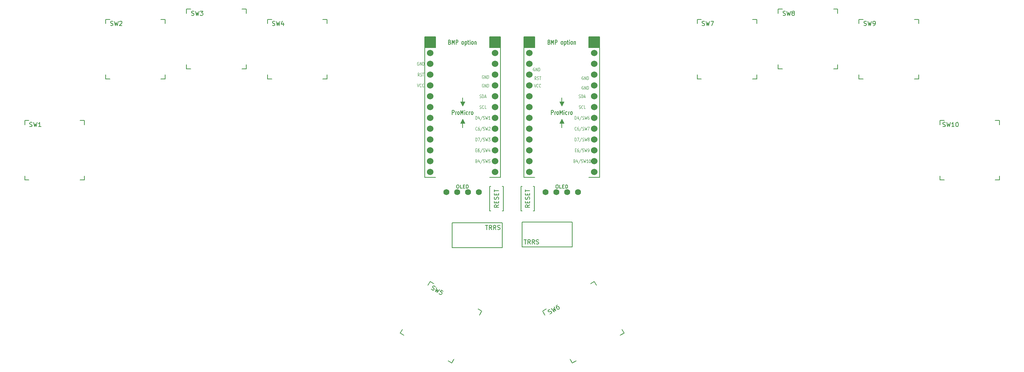
<source format=gbr>
%TF.GenerationSoftware,KiCad,Pcbnew,7.0.6*%
%TF.CreationDate,2024-02-24T15:03:31+09:00*%
%TF.ProjectId,kamu_keyboard,6b616d75-5f6b-4657-9962-6f6172642e6b,rev?*%
%TF.SameCoordinates,Original*%
%TF.FileFunction,Legend,Top*%
%TF.FilePolarity,Positive*%
%FSLAX46Y46*%
G04 Gerber Fmt 4.6, Leading zero omitted, Abs format (unit mm)*
G04 Created by KiCad (PCBNEW 7.0.6) date 2024-02-24 15:03:31*
%MOMM*%
%LPD*%
G01*
G04 APERTURE LIST*
%ADD10C,0.150000*%
%ADD11C,0.160000*%
%ADD12C,0.120000*%
%ADD13C,0.200000*%
%ADD14C,0.100000*%
%ADD15C,1.397000*%
%ADD16C,1.524000*%
G04 APERTURE END LIST*
D10*
X163374637Y-116728381D02*
X162898446Y-117061714D01*
X163374637Y-117299809D02*
X162374637Y-117299809D01*
X162374637Y-117299809D02*
X162374637Y-116918857D01*
X162374637Y-116918857D02*
X162422256Y-116823619D01*
X162422256Y-116823619D02*
X162469875Y-116776000D01*
X162469875Y-116776000D02*
X162565113Y-116728381D01*
X162565113Y-116728381D02*
X162707970Y-116728381D01*
X162707970Y-116728381D02*
X162803208Y-116776000D01*
X162803208Y-116776000D02*
X162850827Y-116823619D01*
X162850827Y-116823619D02*
X162898446Y-116918857D01*
X162898446Y-116918857D02*
X162898446Y-117299809D01*
X162850827Y-116299809D02*
X162850827Y-115966476D01*
X163374637Y-115823619D02*
X163374637Y-116299809D01*
X163374637Y-116299809D02*
X162374637Y-116299809D01*
X162374637Y-116299809D02*
X162374637Y-115823619D01*
X163327018Y-115442666D02*
X163374637Y-115299809D01*
X163374637Y-115299809D02*
X163374637Y-115061714D01*
X163374637Y-115061714D02*
X163327018Y-114966476D01*
X163327018Y-114966476D02*
X163279398Y-114918857D01*
X163279398Y-114918857D02*
X163184160Y-114871238D01*
X163184160Y-114871238D02*
X163088922Y-114871238D01*
X163088922Y-114871238D02*
X162993684Y-114918857D01*
X162993684Y-114918857D02*
X162946065Y-114966476D01*
X162946065Y-114966476D02*
X162898446Y-115061714D01*
X162898446Y-115061714D02*
X162850827Y-115252190D01*
X162850827Y-115252190D02*
X162803208Y-115347428D01*
X162803208Y-115347428D02*
X162755589Y-115395047D01*
X162755589Y-115395047D02*
X162660351Y-115442666D01*
X162660351Y-115442666D02*
X162565113Y-115442666D01*
X162565113Y-115442666D02*
X162469875Y-115395047D01*
X162469875Y-115395047D02*
X162422256Y-115347428D01*
X162422256Y-115347428D02*
X162374637Y-115252190D01*
X162374637Y-115252190D02*
X162374637Y-115014095D01*
X162374637Y-115014095D02*
X162422256Y-114871238D01*
X162850827Y-114442666D02*
X162850827Y-114109333D01*
X163374637Y-113966476D02*
X163374637Y-114442666D01*
X163374637Y-114442666D02*
X162374637Y-114442666D01*
X162374637Y-114442666D02*
X162374637Y-113966476D01*
X162374637Y-113680761D02*
X162374637Y-113109333D01*
X163374637Y-113395047D02*
X162374637Y-113395047D01*
X156065585Y-116728381D02*
X155589394Y-117061714D01*
X156065585Y-117299809D02*
X155065585Y-117299809D01*
X155065585Y-117299809D02*
X155065585Y-116918857D01*
X155065585Y-116918857D02*
X155113204Y-116823619D01*
X155113204Y-116823619D02*
X155160823Y-116776000D01*
X155160823Y-116776000D02*
X155256061Y-116728381D01*
X155256061Y-116728381D02*
X155398918Y-116728381D01*
X155398918Y-116728381D02*
X155494156Y-116776000D01*
X155494156Y-116776000D02*
X155541775Y-116823619D01*
X155541775Y-116823619D02*
X155589394Y-116918857D01*
X155589394Y-116918857D02*
X155589394Y-117299809D01*
X155541775Y-116299809D02*
X155541775Y-115966476D01*
X156065585Y-115823619D02*
X156065585Y-116299809D01*
X156065585Y-116299809D02*
X155065585Y-116299809D01*
X155065585Y-116299809D02*
X155065585Y-115823619D01*
X156017966Y-115442666D02*
X156065585Y-115299809D01*
X156065585Y-115299809D02*
X156065585Y-115061714D01*
X156065585Y-115061714D02*
X156017966Y-114966476D01*
X156017966Y-114966476D02*
X155970346Y-114918857D01*
X155970346Y-114918857D02*
X155875108Y-114871238D01*
X155875108Y-114871238D02*
X155779870Y-114871238D01*
X155779870Y-114871238D02*
X155684632Y-114918857D01*
X155684632Y-114918857D02*
X155637013Y-114966476D01*
X155637013Y-114966476D02*
X155589394Y-115061714D01*
X155589394Y-115061714D02*
X155541775Y-115252190D01*
X155541775Y-115252190D02*
X155494156Y-115347428D01*
X155494156Y-115347428D02*
X155446537Y-115395047D01*
X155446537Y-115395047D02*
X155351299Y-115442666D01*
X155351299Y-115442666D02*
X155256061Y-115442666D01*
X155256061Y-115442666D02*
X155160823Y-115395047D01*
X155160823Y-115395047D02*
X155113204Y-115347428D01*
X155113204Y-115347428D02*
X155065585Y-115252190D01*
X155065585Y-115252190D02*
X155065585Y-115014095D01*
X155065585Y-115014095D02*
X155113204Y-114871238D01*
X155541775Y-114442666D02*
X155541775Y-114109333D01*
X156065585Y-113966476D02*
X156065585Y-114442666D01*
X156065585Y-114442666D02*
X155065585Y-114442666D01*
X155065585Y-114442666D02*
X155065585Y-113966476D01*
X155065585Y-113680761D02*
X155065585Y-113109333D01*
X156065585Y-113395047D02*
X155065585Y-113395047D01*
X169739322Y-112031416D02*
X169894141Y-112031416D01*
X169894141Y-112031416D02*
X169971551Y-112070121D01*
X169971551Y-112070121D02*
X170048960Y-112147531D01*
X170048960Y-112147531D02*
X170087665Y-112302350D01*
X170087665Y-112302350D02*
X170087665Y-112573283D01*
X170087665Y-112573283D02*
X170048960Y-112728102D01*
X170048960Y-112728102D02*
X169971551Y-112805512D01*
X169971551Y-112805512D02*
X169894141Y-112844216D01*
X169894141Y-112844216D02*
X169739322Y-112844216D01*
X169739322Y-112844216D02*
X169661913Y-112805512D01*
X169661913Y-112805512D02*
X169584503Y-112728102D01*
X169584503Y-112728102D02*
X169545799Y-112573283D01*
X169545799Y-112573283D02*
X169545799Y-112302350D01*
X169545799Y-112302350D02*
X169584503Y-112147531D01*
X169584503Y-112147531D02*
X169661913Y-112070121D01*
X169661913Y-112070121D02*
X169739322Y-112031416D01*
X170823056Y-112844216D02*
X170436008Y-112844216D01*
X170436008Y-112844216D02*
X170436008Y-112031416D01*
X171093989Y-112418464D02*
X171364923Y-112418464D01*
X171481037Y-112844216D02*
X171093989Y-112844216D01*
X171093989Y-112844216D02*
X171093989Y-112031416D01*
X171093989Y-112031416D02*
X171481037Y-112031416D01*
X171829379Y-112844216D02*
X171829379Y-112031416D01*
X171829379Y-112031416D02*
X172022903Y-112031416D01*
X172022903Y-112031416D02*
X172139017Y-112070121D01*
X172139017Y-112070121D02*
X172216427Y-112147531D01*
X172216427Y-112147531D02*
X172255132Y-112224940D01*
X172255132Y-112224940D02*
X172293836Y-112379759D01*
X172293836Y-112379759D02*
X172293836Y-112495873D01*
X172293836Y-112495873D02*
X172255132Y-112650692D01*
X172255132Y-112650692D02*
X172216427Y-112728102D01*
X172216427Y-112728102D02*
X172139017Y-112805512D01*
X172139017Y-112805512D02*
X172022903Y-112844216D01*
X172022903Y-112844216D02*
X171829379Y-112844216D01*
D11*
X168500770Y-95500299D02*
X168500770Y-94500299D01*
X168500770Y-94500299D02*
X168805532Y-94500299D01*
X168805532Y-94500299D02*
X168881722Y-94547918D01*
X168881722Y-94547918D02*
X168919817Y-94595537D01*
X168919817Y-94595537D02*
X168957913Y-94690775D01*
X168957913Y-94690775D02*
X168957913Y-94833632D01*
X168957913Y-94833632D02*
X168919817Y-94928870D01*
X168919817Y-94928870D02*
X168881722Y-94976489D01*
X168881722Y-94976489D02*
X168805532Y-95024108D01*
X168805532Y-95024108D02*
X168500770Y-95024108D01*
X169300770Y-95500299D02*
X169300770Y-94833632D01*
X169300770Y-95024108D02*
X169338865Y-94928870D01*
X169338865Y-94928870D02*
X169376960Y-94881251D01*
X169376960Y-94881251D02*
X169453151Y-94833632D01*
X169453151Y-94833632D02*
X169529341Y-94833632D01*
X169910293Y-95500299D02*
X169834103Y-95452680D01*
X169834103Y-95452680D02*
X169796008Y-95405060D01*
X169796008Y-95405060D02*
X169757912Y-95309822D01*
X169757912Y-95309822D02*
X169757912Y-95024108D01*
X169757912Y-95024108D02*
X169796008Y-94928870D01*
X169796008Y-94928870D02*
X169834103Y-94881251D01*
X169834103Y-94881251D02*
X169910293Y-94833632D01*
X169910293Y-94833632D02*
X170024579Y-94833632D01*
X170024579Y-94833632D02*
X170100770Y-94881251D01*
X170100770Y-94881251D02*
X170138865Y-94928870D01*
X170138865Y-94928870D02*
X170176960Y-95024108D01*
X170176960Y-95024108D02*
X170176960Y-95309822D01*
X170176960Y-95309822D02*
X170138865Y-95405060D01*
X170138865Y-95405060D02*
X170100770Y-95452680D01*
X170100770Y-95452680D02*
X170024579Y-95500299D01*
X170024579Y-95500299D02*
X169910293Y-95500299D01*
X170519818Y-95500299D02*
X170519818Y-94500299D01*
X170519818Y-94500299D02*
X170786484Y-95214584D01*
X170786484Y-95214584D02*
X171053151Y-94500299D01*
X171053151Y-94500299D02*
X171053151Y-95500299D01*
X171434104Y-95500299D02*
X171434104Y-94833632D01*
X171434104Y-94500299D02*
X171396008Y-94547918D01*
X171396008Y-94547918D02*
X171434104Y-94595537D01*
X171434104Y-94595537D02*
X171472199Y-94547918D01*
X171472199Y-94547918D02*
X171434104Y-94500299D01*
X171434104Y-94500299D02*
X171434104Y-94595537D01*
X172157913Y-95452680D02*
X172081722Y-95500299D01*
X172081722Y-95500299D02*
X171929341Y-95500299D01*
X171929341Y-95500299D02*
X171853151Y-95452680D01*
X171853151Y-95452680D02*
X171815056Y-95405060D01*
X171815056Y-95405060D02*
X171776960Y-95309822D01*
X171776960Y-95309822D02*
X171776960Y-95024108D01*
X171776960Y-95024108D02*
X171815056Y-94928870D01*
X171815056Y-94928870D02*
X171853151Y-94881251D01*
X171853151Y-94881251D02*
X171929341Y-94833632D01*
X171929341Y-94833632D02*
X172081722Y-94833632D01*
X172081722Y-94833632D02*
X172157913Y-94881251D01*
X172500770Y-95500299D02*
X172500770Y-94833632D01*
X172500770Y-95024108D02*
X172538865Y-94928870D01*
X172538865Y-94928870D02*
X172576960Y-94881251D01*
X172576960Y-94881251D02*
X172653151Y-94833632D01*
X172653151Y-94833632D02*
X172729341Y-94833632D01*
X173110293Y-95500299D02*
X173034103Y-95452680D01*
X173034103Y-95452680D02*
X172996008Y-95405060D01*
X172996008Y-95405060D02*
X172957912Y-95309822D01*
X172957912Y-95309822D02*
X172957912Y-95024108D01*
X172957912Y-95024108D02*
X172996008Y-94928870D01*
X172996008Y-94928870D02*
X173034103Y-94881251D01*
X173034103Y-94881251D02*
X173110293Y-94833632D01*
X173110293Y-94833632D02*
X173224579Y-94833632D01*
X173224579Y-94833632D02*
X173300770Y-94881251D01*
X173300770Y-94881251D02*
X173338865Y-94928870D01*
X173338865Y-94928870D02*
X173376960Y-95024108D01*
X173376960Y-95024108D02*
X173376960Y-95309822D01*
X173376960Y-95309822D02*
X173338865Y-95405060D01*
X173338865Y-95405060D02*
X173300770Y-95452680D01*
X173300770Y-95452680D02*
X173224579Y-95500299D01*
X173224579Y-95500299D02*
X173110293Y-95500299D01*
D12*
X173998389Y-96656724D02*
X173998389Y-95906724D01*
X173998389Y-95906724D02*
X174141246Y-95906724D01*
X174141246Y-95906724D02*
X174226960Y-95942438D01*
X174226960Y-95942438D02*
X174284103Y-96013867D01*
X174284103Y-96013867D02*
X174312674Y-96085295D01*
X174312674Y-96085295D02*
X174341246Y-96228152D01*
X174341246Y-96228152D02*
X174341246Y-96335295D01*
X174341246Y-96335295D02*
X174312674Y-96478152D01*
X174312674Y-96478152D02*
X174284103Y-96549581D01*
X174284103Y-96549581D02*
X174226960Y-96621010D01*
X174226960Y-96621010D02*
X174141246Y-96656724D01*
X174141246Y-96656724D02*
X173998389Y-96656724D01*
X174855532Y-96156724D02*
X174855532Y-96656724D01*
X174712674Y-95871010D02*
X174569817Y-96406724D01*
X174569817Y-96406724D02*
X174941246Y-96406724D01*
X175598389Y-95871010D02*
X175084103Y-96835295D01*
X175769817Y-96621010D02*
X175855532Y-96656724D01*
X175855532Y-96656724D02*
X175998389Y-96656724D01*
X175998389Y-96656724D02*
X176055532Y-96621010D01*
X176055532Y-96621010D02*
X176084103Y-96585295D01*
X176084103Y-96585295D02*
X176112674Y-96513867D01*
X176112674Y-96513867D02*
X176112674Y-96442438D01*
X176112674Y-96442438D02*
X176084103Y-96371010D01*
X176084103Y-96371010D02*
X176055532Y-96335295D01*
X176055532Y-96335295D02*
X175998389Y-96299581D01*
X175998389Y-96299581D02*
X175884103Y-96263867D01*
X175884103Y-96263867D02*
X175826960Y-96228152D01*
X175826960Y-96228152D02*
X175798389Y-96192438D01*
X175798389Y-96192438D02*
X175769817Y-96121010D01*
X175769817Y-96121010D02*
X175769817Y-96049581D01*
X175769817Y-96049581D02*
X175798389Y-95978152D01*
X175798389Y-95978152D02*
X175826960Y-95942438D01*
X175826960Y-95942438D02*
X175884103Y-95906724D01*
X175884103Y-95906724D02*
X176026960Y-95906724D01*
X176026960Y-95906724D02*
X176112674Y-95942438D01*
X176312675Y-95906724D02*
X176455532Y-96656724D01*
X176455532Y-96656724D02*
X176569818Y-96121010D01*
X176569818Y-96121010D02*
X176684103Y-96656724D01*
X176684103Y-96656724D02*
X176826961Y-95906724D01*
X177312675Y-95906724D02*
X177198389Y-95906724D01*
X177198389Y-95906724D02*
X177141246Y-95942438D01*
X177141246Y-95942438D02*
X177112675Y-95978152D01*
X177112675Y-95978152D02*
X177055532Y-96085295D01*
X177055532Y-96085295D02*
X177026960Y-96228152D01*
X177026960Y-96228152D02*
X177026960Y-96513867D01*
X177026960Y-96513867D02*
X177055532Y-96585295D01*
X177055532Y-96585295D02*
X177084103Y-96621010D01*
X177084103Y-96621010D02*
X177141246Y-96656724D01*
X177141246Y-96656724D02*
X177255532Y-96656724D01*
X177255532Y-96656724D02*
X177312675Y-96621010D01*
X177312675Y-96621010D02*
X177341246Y-96585295D01*
X177341246Y-96585295D02*
X177369817Y-96513867D01*
X177369817Y-96513867D02*
X177369817Y-96335295D01*
X177369817Y-96335295D02*
X177341246Y-96263867D01*
X177341246Y-96263867D02*
X177312675Y-96228152D01*
X177312675Y-96228152D02*
X177255532Y-96192438D01*
X177255532Y-96192438D02*
X177141246Y-96192438D01*
X177141246Y-96192438D02*
X177084103Y-96228152D01*
X177084103Y-96228152D02*
X177055532Y-96263867D01*
X177055532Y-96263867D02*
X177026960Y-96335295D01*
X174341246Y-99125295D02*
X174312674Y-99161010D01*
X174312674Y-99161010D02*
X174226960Y-99196724D01*
X174226960Y-99196724D02*
X174169817Y-99196724D01*
X174169817Y-99196724D02*
X174084103Y-99161010D01*
X174084103Y-99161010D02*
X174026960Y-99089581D01*
X174026960Y-99089581D02*
X173998389Y-99018152D01*
X173998389Y-99018152D02*
X173969817Y-98875295D01*
X173969817Y-98875295D02*
X173969817Y-98768152D01*
X173969817Y-98768152D02*
X173998389Y-98625295D01*
X173998389Y-98625295D02*
X174026960Y-98553867D01*
X174026960Y-98553867D02*
X174084103Y-98482438D01*
X174084103Y-98482438D02*
X174169817Y-98446724D01*
X174169817Y-98446724D02*
X174226960Y-98446724D01*
X174226960Y-98446724D02*
X174312674Y-98482438D01*
X174312674Y-98482438D02*
X174341246Y-98518152D01*
X174855532Y-98446724D02*
X174741246Y-98446724D01*
X174741246Y-98446724D02*
X174684103Y-98482438D01*
X174684103Y-98482438D02*
X174655532Y-98518152D01*
X174655532Y-98518152D02*
X174598389Y-98625295D01*
X174598389Y-98625295D02*
X174569817Y-98768152D01*
X174569817Y-98768152D02*
X174569817Y-99053867D01*
X174569817Y-99053867D02*
X174598389Y-99125295D01*
X174598389Y-99125295D02*
X174626960Y-99161010D01*
X174626960Y-99161010D02*
X174684103Y-99196724D01*
X174684103Y-99196724D02*
X174798389Y-99196724D01*
X174798389Y-99196724D02*
X174855532Y-99161010D01*
X174855532Y-99161010D02*
X174884103Y-99125295D01*
X174884103Y-99125295D02*
X174912674Y-99053867D01*
X174912674Y-99053867D02*
X174912674Y-98875295D01*
X174912674Y-98875295D02*
X174884103Y-98803867D01*
X174884103Y-98803867D02*
X174855532Y-98768152D01*
X174855532Y-98768152D02*
X174798389Y-98732438D01*
X174798389Y-98732438D02*
X174684103Y-98732438D01*
X174684103Y-98732438D02*
X174626960Y-98768152D01*
X174626960Y-98768152D02*
X174598389Y-98803867D01*
X174598389Y-98803867D02*
X174569817Y-98875295D01*
X175598389Y-98411010D02*
X175084103Y-99375295D01*
X175769817Y-99161010D02*
X175855532Y-99196724D01*
X175855532Y-99196724D02*
X175998389Y-99196724D01*
X175998389Y-99196724D02*
X176055532Y-99161010D01*
X176055532Y-99161010D02*
X176084103Y-99125295D01*
X176084103Y-99125295D02*
X176112674Y-99053867D01*
X176112674Y-99053867D02*
X176112674Y-98982438D01*
X176112674Y-98982438D02*
X176084103Y-98911010D01*
X176084103Y-98911010D02*
X176055532Y-98875295D01*
X176055532Y-98875295D02*
X175998389Y-98839581D01*
X175998389Y-98839581D02*
X175884103Y-98803867D01*
X175884103Y-98803867D02*
X175826960Y-98768152D01*
X175826960Y-98768152D02*
X175798389Y-98732438D01*
X175798389Y-98732438D02*
X175769817Y-98661010D01*
X175769817Y-98661010D02*
X175769817Y-98589581D01*
X175769817Y-98589581D02*
X175798389Y-98518152D01*
X175798389Y-98518152D02*
X175826960Y-98482438D01*
X175826960Y-98482438D02*
X175884103Y-98446724D01*
X175884103Y-98446724D02*
X176026960Y-98446724D01*
X176026960Y-98446724D02*
X176112674Y-98482438D01*
X176312675Y-98446724D02*
X176455532Y-99196724D01*
X176455532Y-99196724D02*
X176569818Y-98661010D01*
X176569818Y-98661010D02*
X176684103Y-99196724D01*
X176684103Y-99196724D02*
X176826961Y-98446724D01*
X176998389Y-98446724D02*
X177398389Y-98446724D01*
X177398389Y-98446724D02*
X177141246Y-99196724D01*
X174026961Y-103883867D02*
X174226961Y-103883867D01*
X174312675Y-104276724D02*
X174026961Y-104276724D01*
X174026961Y-104276724D02*
X174026961Y-103526724D01*
X174026961Y-103526724D02*
X174312675Y-103526724D01*
X174826961Y-103526724D02*
X174712675Y-103526724D01*
X174712675Y-103526724D02*
X174655532Y-103562438D01*
X174655532Y-103562438D02*
X174626961Y-103598152D01*
X174626961Y-103598152D02*
X174569818Y-103705295D01*
X174569818Y-103705295D02*
X174541246Y-103848152D01*
X174541246Y-103848152D02*
X174541246Y-104133867D01*
X174541246Y-104133867D02*
X174569818Y-104205295D01*
X174569818Y-104205295D02*
X174598389Y-104241010D01*
X174598389Y-104241010D02*
X174655532Y-104276724D01*
X174655532Y-104276724D02*
X174769818Y-104276724D01*
X174769818Y-104276724D02*
X174826961Y-104241010D01*
X174826961Y-104241010D02*
X174855532Y-104205295D01*
X174855532Y-104205295D02*
X174884103Y-104133867D01*
X174884103Y-104133867D02*
X174884103Y-103955295D01*
X174884103Y-103955295D02*
X174855532Y-103883867D01*
X174855532Y-103883867D02*
X174826961Y-103848152D01*
X174826961Y-103848152D02*
X174769818Y-103812438D01*
X174769818Y-103812438D02*
X174655532Y-103812438D01*
X174655532Y-103812438D02*
X174598389Y-103848152D01*
X174598389Y-103848152D02*
X174569818Y-103883867D01*
X174569818Y-103883867D02*
X174541246Y-103955295D01*
X175569818Y-103491010D02*
X175055532Y-104455295D01*
X175741246Y-104241010D02*
X175826961Y-104276724D01*
X175826961Y-104276724D02*
X175969818Y-104276724D01*
X175969818Y-104276724D02*
X176026961Y-104241010D01*
X176026961Y-104241010D02*
X176055532Y-104205295D01*
X176055532Y-104205295D02*
X176084103Y-104133867D01*
X176084103Y-104133867D02*
X176084103Y-104062438D01*
X176084103Y-104062438D02*
X176055532Y-103991010D01*
X176055532Y-103991010D02*
X176026961Y-103955295D01*
X176026961Y-103955295D02*
X175969818Y-103919581D01*
X175969818Y-103919581D02*
X175855532Y-103883867D01*
X175855532Y-103883867D02*
X175798389Y-103848152D01*
X175798389Y-103848152D02*
X175769818Y-103812438D01*
X175769818Y-103812438D02*
X175741246Y-103741010D01*
X175741246Y-103741010D02*
X175741246Y-103669581D01*
X175741246Y-103669581D02*
X175769818Y-103598152D01*
X175769818Y-103598152D02*
X175798389Y-103562438D01*
X175798389Y-103562438D02*
X175855532Y-103526724D01*
X175855532Y-103526724D02*
X175998389Y-103526724D01*
X175998389Y-103526724D02*
X176084103Y-103562438D01*
X176284104Y-103526724D02*
X176426961Y-104276724D01*
X176426961Y-104276724D02*
X176541247Y-103741010D01*
X176541247Y-103741010D02*
X176655532Y-104276724D01*
X176655532Y-104276724D02*
X176798390Y-103526724D01*
X177055532Y-104276724D02*
X177169818Y-104276724D01*
X177169818Y-104276724D02*
X177226961Y-104241010D01*
X177226961Y-104241010D02*
X177255532Y-104205295D01*
X177255532Y-104205295D02*
X177312675Y-104098152D01*
X177312675Y-104098152D02*
X177341246Y-103955295D01*
X177341246Y-103955295D02*
X177341246Y-103669581D01*
X177341246Y-103669581D02*
X177312675Y-103598152D01*
X177312675Y-103598152D02*
X177284104Y-103562438D01*
X177284104Y-103562438D02*
X177226961Y-103526724D01*
X177226961Y-103526724D02*
X177112675Y-103526724D01*
X177112675Y-103526724D02*
X177055532Y-103562438D01*
X177055532Y-103562438D02*
X177026961Y-103598152D01*
X177026961Y-103598152D02*
X176998389Y-103669581D01*
X176998389Y-103669581D02*
X176998389Y-103848152D01*
X176998389Y-103848152D02*
X177026961Y-103919581D01*
X177026961Y-103919581D02*
X177055532Y-103955295D01*
X177055532Y-103955295D02*
X177112675Y-103991010D01*
X177112675Y-103991010D02*
X177226961Y-103991010D01*
X177226961Y-103991010D02*
X177284104Y-103955295D01*
X177284104Y-103955295D02*
X177312675Y-103919581D01*
X177312675Y-103919581D02*
X177341246Y-103848152D01*
X173998389Y-101736724D02*
X173998389Y-100986724D01*
X173998389Y-100986724D02*
X174141246Y-100986724D01*
X174141246Y-100986724D02*
X174226960Y-101022438D01*
X174226960Y-101022438D02*
X174284103Y-101093867D01*
X174284103Y-101093867D02*
X174312674Y-101165295D01*
X174312674Y-101165295D02*
X174341246Y-101308152D01*
X174341246Y-101308152D02*
X174341246Y-101415295D01*
X174341246Y-101415295D02*
X174312674Y-101558152D01*
X174312674Y-101558152D02*
X174284103Y-101629581D01*
X174284103Y-101629581D02*
X174226960Y-101701010D01*
X174226960Y-101701010D02*
X174141246Y-101736724D01*
X174141246Y-101736724D02*
X173998389Y-101736724D01*
X174541246Y-100986724D02*
X174941246Y-100986724D01*
X174941246Y-100986724D02*
X174684103Y-101736724D01*
X175598389Y-100951010D02*
X175084103Y-101915295D01*
X175769817Y-101701010D02*
X175855532Y-101736724D01*
X175855532Y-101736724D02*
X175998389Y-101736724D01*
X175998389Y-101736724D02*
X176055532Y-101701010D01*
X176055532Y-101701010D02*
X176084103Y-101665295D01*
X176084103Y-101665295D02*
X176112674Y-101593867D01*
X176112674Y-101593867D02*
X176112674Y-101522438D01*
X176112674Y-101522438D02*
X176084103Y-101451010D01*
X176084103Y-101451010D02*
X176055532Y-101415295D01*
X176055532Y-101415295D02*
X175998389Y-101379581D01*
X175998389Y-101379581D02*
X175884103Y-101343867D01*
X175884103Y-101343867D02*
X175826960Y-101308152D01*
X175826960Y-101308152D02*
X175798389Y-101272438D01*
X175798389Y-101272438D02*
X175769817Y-101201010D01*
X175769817Y-101201010D02*
X175769817Y-101129581D01*
X175769817Y-101129581D02*
X175798389Y-101058152D01*
X175798389Y-101058152D02*
X175826960Y-101022438D01*
X175826960Y-101022438D02*
X175884103Y-100986724D01*
X175884103Y-100986724D02*
X176026960Y-100986724D01*
X176026960Y-100986724D02*
X176112674Y-101022438D01*
X176312675Y-100986724D02*
X176455532Y-101736724D01*
X176455532Y-101736724D02*
X176569818Y-101201010D01*
X176569818Y-101201010D02*
X176684103Y-101736724D01*
X176684103Y-101736724D02*
X176826961Y-100986724D01*
X177141246Y-101308152D02*
X177084103Y-101272438D01*
X177084103Y-101272438D02*
X177055532Y-101236724D01*
X177055532Y-101236724D02*
X177026960Y-101165295D01*
X177026960Y-101165295D02*
X177026960Y-101129581D01*
X177026960Y-101129581D02*
X177055532Y-101058152D01*
X177055532Y-101058152D02*
X177084103Y-101022438D01*
X177084103Y-101022438D02*
X177141246Y-100986724D01*
X177141246Y-100986724D02*
X177255532Y-100986724D01*
X177255532Y-100986724D02*
X177312675Y-101022438D01*
X177312675Y-101022438D02*
X177341246Y-101058152D01*
X177341246Y-101058152D02*
X177369817Y-101129581D01*
X177369817Y-101129581D02*
X177369817Y-101165295D01*
X177369817Y-101165295D02*
X177341246Y-101236724D01*
X177341246Y-101236724D02*
X177312675Y-101272438D01*
X177312675Y-101272438D02*
X177255532Y-101308152D01*
X177255532Y-101308152D02*
X177141246Y-101308152D01*
X177141246Y-101308152D02*
X177084103Y-101343867D01*
X177084103Y-101343867D02*
X177055532Y-101379581D01*
X177055532Y-101379581D02*
X177026960Y-101451010D01*
X177026960Y-101451010D02*
X177026960Y-101593867D01*
X177026960Y-101593867D02*
X177055532Y-101665295D01*
X177055532Y-101665295D02*
X177084103Y-101701010D01*
X177084103Y-101701010D02*
X177141246Y-101736724D01*
X177141246Y-101736724D02*
X177255532Y-101736724D01*
X177255532Y-101736724D02*
X177312675Y-101701010D01*
X177312675Y-101701010D02*
X177341246Y-101665295D01*
X177341246Y-101665295D02*
X177369817Y-101593867D01*
X177369817Y-101593867D02*
X177369817Y-101451010D01*
X177369817Y-101451010D02*
X177341246Y-101379581D01*
X177341246Y-101379581D02*
X177312675Y-101343867D01*
X177312675Y-101343867D02*
X177255532Y-101308152D01*
X175938075Y-88872438D02*
X175880933Y-88836724D01*
X175880933Y-88836724D02*
X175795218Y-88836724D01*
X175795218Y-88836724D02*
X175709504Y-88872438D01*
X175709504Y-88872438D02*
X175652361Y-88943867D01*
X175652361Y-88943867D02*
X175623790Y-89015295D01*
X175623790Y-89015295D02*
X175595218Y-89158152D01*
X175595218Y-89158152D02*
X175595218Y-89265295D01*
X175595218Y-89265295D02*
X175623790Y-89408152D01*
X175623790Y-89408152D02*
X175652361Y-89479581D01*
X175652361Y-89479581D02*
X175709504Y-89551010D01*
X175709504Y-89551010D02*
X175795218Y-89586724D01*
X175795218Y-89586724D02*
X175852361Y-89586724D01*
X175852361Y-89586724D02*
X175938075Y-89551010D01*
X175938075Y-89551010D02*
X175966647Y-89515295D01*
X175966647Y-89515295D02*
X175966647Y-89265295D01*
X175966647Y-89265295D02*
X175852361Y-89265295D01*
X176223790Y-89586724D02*
X176223790Y-88836724D01*
X176223790Y-88836724D02*
X176566647Y-89586724D01*
X176566647Y-89586724D02*
X176566647Y-88836724D01*
X176852361Y-89586724D02*
X176852361Y-88836724D01*
X176852361Y-88836724D02*
X176995218Y-88836724D01*
X176995218Y-88836724D02*
X177080932Y-88872438D01*
X177080932Y-88872438D02*
X177138075Y-88943867D01*
X177138075Y-88943867D02*
X177166646Y-89015295D01*
X177166646Y-89015295D02*
X177195218Y-89158152D01*
X177195218Y-89158152D02*
X177195218Y-89265295D01*
X177195218Y-89265295D02*
X177166646Y-89408152D01*
X177166646Y-89408152D02*
X177138075Y-89479581D01*
X177138075Y-89479581D02*
X177080932Y-89551010D01*
X177080932Y-89551010D02*
X176995218Y-89586724D01*
X176995218Y-89586724D02*
X176852361Y-89586724D01*
X164508075Y-84554438D02*
X164450933Y-84518724D01*
X164450933Y-84518724D02*
X164365218Y-84518724D01*
X164365218Y-84518724D02*
X164279504Y-84554438D01*
X164279504Y-84554438D02*
X164222361Y-84625867D01*
X164222361Y-84625867D02*
X164193790Y-84697295D01*
X164193790Y-84697295D02*
X164165218Y-84840152D01*
X164165218Y-84840152D02*
X164165218Y-84947295D01*
X164165218Y-84947295D02*
X164193790Y-85090152D01*
X164193790Y-85090152D02*
X164222361Y-85161581D01*
X164222361Y-85161581D02*
X164279504Y-85233010D01*
X164279504Y-85233010D02*
X164365218Y-85268724D01*
X164365218Y-85268724D02*
X164422361Y-85268724D01*
X164422361Y-85268724D02*
X164508075Y-85233010D01*
X164508075Y-85233010D02*
X164536647Y-85197295D01*
X164536647Y-85197295D02*
X164536647Y-84947295D01*
X164536647Y-84947295D02*
X164422361Y-84947295D01*
X164793790Y-85268724D02*
X164793790Y-84518724D01*
X164793790Y-84518724D02*
X165136647Y-85268724D01*
X165136647Y-85268724D02*
X165136647Y-84518724D01*
X165422361Y-85268724D02*
X165422361Y-84518724D01*
X165422361Y-84518724D02*
X165565218Y-84518724D01*
X165565218Y-84518724D02*
X165650932Y-84554438D01*
X165650932Y-84554438D02*
X165708075Y-84625867D01*
X165708075Y-84625867D02*
X165736646Y-84697295D01*
X165736646Y-84697295D02*
X165765218Y-84840152D01*
X165765218Y-84840152D02*
X165765218Y-84947295D01*
X165765218Y-84947295D02*
X165736646Y-85090152D01*
X165736646Y-85090152D02*
X165708075Y-85161581D01*
X165708075Y-85161581D02*
X165650932Y-85233010D01*
X165650932Y-85233010D02*
X165565218Y-85268724D01*
X165565218Y-85268724D02*
X165422361Y-85268724D01*
X175938075Y-86586438D02*
X175880933Y-86550724D01*
X175880933Y-86550724D02*
X175795218Y-86550724D01*
X175795218Y-86550724D02*
X175709504Y-86586438D01*
X175709504Y-86586438D02*
X175652361Y-86657867D01*
X175652361Y-86657867D02*
X175623790Y-86729295D01*
X175623790Y-86729295D02*
X175595218Y-86872152D01*
X175595218Y-86872152D02*
X175595218Y-86979295D01*
X175595218Y-86979295D02*
X175623790Y-87122152D01*
X175623790Y-87122152D02*
X175652361Y-87193581D01*
X175652361Y-87193581D02*
X175709504Y-87265010D01*
X175709504Y-87265010D02*
X175795218Y-87300724D01*
X175795218Y-87300724D02*
X175852361Y-87300724D01*
X175852361Y-87300724D02*
X175938075Y-87265010D01*
X175938075Y-87265010D02*
X175966647Y-87229295D01*
X175966647Y-87229295D02*
X175966647Y-86979295D01*
X175966647Y-86979295D02*
X175852361Y-86979295D01*
X176223790Y-87300724D02*
X176223790Y-86550724D01*
X176223790Y-86550724D02*
X176566647Y-87300724D01*
X176566647Y-87300724D02*
X176566647Y-86550724D01*
X176852361Y-87300724D02*
X176852361Y-86550724D01*
X176852361Y-86550724D02*
X176995218Y-86550724D01*
X176995218Y-86550724D02*
X177080932Y-86586438D01*
X177080932Y-86586438D02*
X177138075Y-86657867D01*
X177138075Y-86657867D02*
X177166646Y-86729295D01*
X177166646Y-86729295D02*
X177195218Y-86872152D01*
X177195218Y-86872152D02*
X177195218Y-86979295D01*
X177195218Y-86979295D02*
X177166646Y-87122152D01*
X177166646Y-87122152D02*
X177138075Y-87193581D01*
X177138075Y-87193581D02*
X177080932Y-87265010D01*
X177080932Y-87265010D02*
X176995218Y-87300724D01*
X176995218Y-87300724D02*
X176852361Y-87300724D01*
X174955532Y-94081010D02*
X175041247Y-94116724D01*
X175041247Y-94116724D02*
X175184104Y-94116724D01*
X175184104Y-94116724D02*
X175241247Y-94081010D01*
X175241247Y-94081010D02*
X175269818Y-94045295D01*
X175269818Y-94045295D02*
X175298389Y-93973867D01*
X175298389Y-93973867D02*
X175298389Y-93902438D01*
X175298389Y-93902438D02*
X175269818Y-93831010D01*
X175269818Y-93831010D02*
X175241247Y-93795295D01*
X175241247Y-93795295D02*
X175184104Y-93759581D01*
X175184104Y-93759581D02*
X175069818Y-93723867D01*
X175069818Y-93723867D02*
X175012675Y-93688152D01*
X175012675Y-93688152D02*
X174984104Y-93652438D01*
X174984104Y-93652438D02*
X174955532Y-93581010D01*
X174955532Y-93581010D02*
X174955532Y-93509581D01*
X174955532Y-93509581D02*
X174984104Y-93438152D01*
X174984104Y-93438152D02*
X175012675Y-93402438D01*
X175012675Y-93402438D02*
X175069818Y-93366724D01*
X175069818Y-93366724D02*
X175212675Y-93366724D01*
X175212675Y-93366724D02*
X175298389Y-93402438D01*
X175898390Y-94045295D02*
X175869818Y-94081010D01*
X175869818Y-94081010D02*
X175784104Y-94116724D01*
X175784104Y-94116724D02*
X175726961Y-94116724D01*
X175726961Y-94116724D02*
X175641247Y-94081010D01*
X175641247Y-94081010D02*
X175584104Y-94009581D01*
X175584104Y-94009581D02*
X175555533Y-93938152D01*
X175555533Y-93938152D02*
X175526961Y-93795295D01*
X175526961Y-93795295D02*
X175526961Y-93688152D01*
X175526961Y-93688152D02*
X175555533Y-93545295D01*
X175555533Y-93545295D02*
X175584104Y-93473867D01*
X175584104Y-93473867D02*
X175641247Y-93402438D01*
X175641247Y-93402438D02*
X175726961Y-93366724D01*
X175726961Y-93366724D02*
X175784104Y-93366724D01*
X175784104Y-93366724D02*
X175869818Y-93402438D01*
X175869818Y-93402438D02*
X175898390Y-93438152D01*
X176441247Y-94116724D02*
X176155533Y-94116724D01*
X176155533Y-94116724D02*
X176155533Y-93366724D01*
X164419217Y-88328724D02*
X164619217Y-89078724D01*
X164619217Y-89078724D02*
X164819217Y-88328724D01*
X165362075Y-89007295D02*
X165333503Y-89043010D01*
X165333503Y-89043010D02*
X165247789Y-89078724D01*
X165247789Y-89078724D02*
X165190646Y-89078724D01*
X165190646Y-89078724D02*
X165104932Y-89043010D01*
X165104932Y-89043010D02*
X165047789Y-88971581D01*
X165047789Y-88971581D02*
X165019218Y-88900152D01*
X165019218Y-88900152D02*
X164990646Y-88757295D01*
X164990646Y-88757295D02*
X164990646Y-88650152D01*
X164990646Y-88650152D02*
X165019218Y-88507295D01*
X165019218Y-88507295D02*
X165047789Y-88435867D01*
X165047789Y-88435867D02*
X165104932Y-88364438D01*
X165104932Y-88364438D02*
X165190646Y-88328724D01*
X165190646Y-88328724D02*
X165247789Y-88328724D01*
X165247789Y-88328724D02*
X165333503Y-88364438D01*
X165333503Y-88364438D02*
X165362075Y-88400152D01*
X165962075Y-89007295D02*
X165933503Y-89043010D01*
X165933503Y-89043010D02*
X165847789Y-89078724D01*
X165847789Y-89078724D02*
X165790646Y-89078724D01*
X165790646Y-89078724D02*
X165704932Y-89043010D01*
X165704932Y-89043010D02*
X165647789Y-88971581D01*
X165647789Y-88971581D02*
X165619218Y-88900152D01*
X165619218Y-88900152D02*
X165590646Y-88757295D01*
X165590646Y-88757295D02*
X165590646Y-88650152D01*
X165590646Y-88650152D02*
X165619218Y-88507295D01*
X165619218Y-88507295D02*
X165647789Y-88435867D01*
X165647789Y-88435867D02*
X165704932Y-88364438D01*
X165704932Y-88364438D02*
X165790646Y-88328724D01*
X165790646Y-88328724D02*
X165847789Y-88328724D01*
X165847789Y-88328724D02*
X165933503Y-88364438D01*
X165933503Y-88364438D02*
X165962075Y-88400152D01*
X173912675Y-106423867D02*
X173998389Y-106459581D01*
X173998389Y-106459581D02*
X174026960Y-106495295D01*
X174026960Y-106495295D02*
X174055532Y-106566724D01*
X174055532Y-106566724D02*
X174055532Y-106673867D01*
X174055532Y-106673867D02*
X174026960Y-106745295D01*
X174026960Y-106745295D02*
X173998389Y-106781010D01*
X173998389Y-106781010D02*
X173941246Y-106816724D01*
X173941246Y-106816724D02*
X173712675Y-106816724D01*
X173712675Y-106816724D02*
X173712675Y-106066724D01*
X173712675Y-106066724D02*
X173912675Y-106066724D01*
X173912675Y-106066724D02*
X173969818Y-106102438D01*
X173969818Y-106102438D02*
X173998389Y-106138152D01*
X173998389Y-106138152D02*
X174026960Y-106209581D01*
X174026960Y-106209581D02*
X174026960Y-106281010D01*
X174026960Y-106281010D02*
X173998389Y-106352438D01*
X173998389Y-106352438D02*
X173969818Y-106388152D01*
X173969818Y-106388152D02*
X173912675Y-106423867D01*
X173912675Y-106423867D02*
X173712675Y-106423867D01*
X174569818Y-106316724D02*
X174569818Y-106816724D01*
X174426960Y-106031010D02*
X174284103Y-106566724D01*
X174284103Y-106566724D02*
X174655532Y-106566724D01*
X175312675Y-106031010D02*
X174798389Y-106995295D01*
X175484103Y-106781010D02*
X175569818Y-106816724D01*
X175569818Y-106816724D02*
X175712675Y-106816724D01*
X175712675Y-106816724D02*
X175769818Y-106781010D01*
X175769818Y-106781010D02*
X175798389Y-106745295D01*
X175798389Y-106745295D02*
X175826960Y-106673867D01*
X175826960Y-106673867D02*
X175826960Y-106602438D01*
X175826960Y-106602438D02*
X175798389Y-106531010D01*
X175798389Y-106531010D02*
X175769818Y-106495295D01*
X175769818Y-106495295D02*
X175712675Y-106459581D01*
X175712675Y-106459581D02*
X175598389Y-106423867D01*
X175598389Y-106423867D02*
X175541246Y-106388152D01*
X175541246Y-106388152D02*
X175512675Y-106352438D01*
X175512675Y-106352438D02*
X175484103Y-106281010D01*
X175484103Y-106281010D02*
X175484103Y-106209581D01*
X175484103Y-106209581D02*
X175512675Y-106138152D01*
X175512675Y-106138152D02*
X175541246Y-106102438D01*
X175541246Y-106102438D02*
X175598389Y-106066724D01*
X175598389Y-106066724D02*
X175741246Y-106066724D01*
X175741246Y-106066724D02*
X175826960Y-106102438D01*
X176026961Y-106066724D02*
X176169818Y-106816724D01*
X176169818Y-106816724D02*
X176284104Y-106281010D01*
X176284104Y-106281010D02*
X176398389Y-106816724D01*
X176398389Y-106816724D02*
X176541247Y-106066724D01*
X177084103Y-106816724D02*
X176741246Y-106816724D01*
X176912675Y-106816724D02*
X176912675Y-106066724D01*
X176912675Y-106066724D02*
X176855532Y-106173867D01*
X176855532Y-106173867D02*
X176798389Y-106245295D01*
X176798389Y-106245295D02*
X176741246Y-106281010D01*
X177455532Y-106066724D02*
X177512675Y-106066724D01*
X177512675Y-106066724D02*
X177569818Y-106102438D01*
X177569818Y-106102438D02*
X177598390Y-106138152D01*
X177598390Y-106138152D02*
X177626961Y-106209581D01*
X177626961Y-106209581D02*
X177655532Y-106352438D01*
X177655532Y-106352438D02*
X177655532Y-106531010D01*
X177655532Y-106531010D02*
X177626961Y-106673867D01*
X177626961Y-106673867D02*
X177598390Y-106745295D01*
X177598390Y-106745295D02*
X177569818Y-106781010D01*
X177569818Y-106781010D02*
X177512675Y-106816724D01*
X177512675Y-106816724D02*
X177455532Y-106816724D01*
X177455532Y-106816724D02*
X177398390Y-106781010D01*
X177398390Y-106781010D02*
X177369818Y-106745295D01*
X177369818Y-106745295D02*
X177341247Y-106673867D01*
X177341247Y-106673867D02*
X177312675Y-106531010D01*
X177312675Y-106531010D02*
X177312675Y-106352438D01*
X177312675Y-106352438D02*
X177341247Y-106209581D01*
X177341247Y-106209581D02*
X177369818Y-106138152D01*
X177369818Y-106138152D02*
X177398390Y-106102438D01*
X177398390Y-106102438D02*
X177455532Y-106066724D01*
D11*
X167948388Y-78484489D02*
X168062674Y-78532108D01*
X168062674Y-78532108D02*
X168100769Y-78579727D01*
X168100769Y-78579727D02*
X168138865Y-78674965D01*
X168138865Y-78674965D02*
X168138865Y-78817822D01*
X168138865Y-78817822D02*
X168100769Y-78913060D01*
X168100769Y-78913060D02*
X168062674Y-78960680D01*
X168062674Y-78960680D02*
X167986484Y-79008299D01*
X167986484Y-79008299D02*
X167681722Y-79008299D01*
X167681722Y-79008299D02*
X167681722Y-78008299D01*
X167681722Y-78008299D02*
X167948388Y-78008299D01*
X167948388Y-78008299D02*
X168024579Y-78055918D01*
X168024579Y-78055918D02*
X168062674Y-78103537D01*
X168062674Y-78103537D02*
X168100769Y-78198775D01*
X168100769Y-78198775D02*
X168100769Y-78294013D01*
X168100769Y-78294013D02*
X168062674Y-78389251D01*
X168062674Y-78389251D02*
X168024579Y-78436870D01*
X168024579Y-78436870D02*
X167948388Y-78484489D01*
X167948388Y-78484489D02*
X167681722Y-78484489D01*
X168481722Y-79008299D02*
X168481722Y-78008299D01*
X168481722Y-78008299D02*
X168748388Y-78722584D01*
X168748388Y-78722584D02*
X169015055Y-78008299D01*
X169015055Y-78008299D02*
X169015055Y-79008299D01*
X169396008Y-79008299D02*
X169396008Y-78008299D01*
X169396008Y-78008299D02*
X169700770Y-78008299D01*
X169700770Y-78008299D02*
X169776960Y-78055918D01*
X169776960Y-78055918D02*
X169815055Y-78103537D01*
X169815055Y-78103537D02*
X169853151Y-78198775D01*
X169853151Y-78198775D02*
X169853151Y-78341632D01*
X169853151Y-78341632D02*
X169815055Y-78436870D01*
X169815055Y-78436870D02*
X169776960Y-78484489D01*
X169776960Y-78484489D02*
X169700770Y-78532108D01*
X169700770Y-78532108D02*
X169396008Y-78532108D01*
X170919817Y-79008299D02*
X170843627Y-78960680D01*
X170843627Y-78960680D02*
X170805532Y-78913060D01*
X170805532Y-78913060D02*
X170767436Y-78817822D01*
X170767436Y-78817822D02*
X170767436Y-78532108D01*
X170767436Y-78532108D02*
X170805532Y-78436870D01*
X170805532Y-78436870D02*
X170843627Y-78389251D01*
X170843627Y-78389251D02*
X170919817Y-78341632D01*
X170919817Y-78341632D02*
X171034103Y-78341632D01*
X171034103Y-78341632D02*
X171110294Y-78389251D01*
X171110294Y-78389251D02*
X171148389Y-78436870D01*
X171148389Y-78436870D02*
X171186484Y-78532108D01*
X171186484Y-78532108D02*
X171186484Y-78817822D01*
X171186484Y-78817822D02*
X171148389Y-78913060D01*
X171148389Y-78913060D02*
X171110294Y-78960680D01*
X171110294Y-78960680D02*
X171034103Y-79008299D01*
X171034103Y-79008299D02*
X170919817Y-79008299D01*
X171529342Y-78341632D02*
X171529342Y-79341632D01*
X171529342Y-78389251D02*
X171605532Y-78341632D01*
X171605532Y-78341632D02*
X171757913Y-78341632D01*
X171757913Y-78341632D02*
X171834104Y-78389251D01*
X171834104Y-78389251D02*
X171872199Y-78436870D01*
X171872199Y-78436870D02*
X171910294Y-78532108D01*
X171910294Y-78532108D02*
X171910294Y-78817822D01*
X171910294Y-78817822D02*
X171872199Y-78913060D01*
X171872199Y-78913060D02*
X171834104Y-78960680D01*
X171834104Y-78960680D02*
X171757913Y-79008299D01*
X171757913Y-79008299D02*
X171605532Y-79008299D01*
X171605532Y-79008299D02*
X171529342Y-78960680D01*
X172138866Y-78341632D02*
X172443628Y-78341632D01*
X172253152Y-78008299D02*
X172253152Y-78865441D01*
X172253152Y-78865441D02*
X172291247Y-78960680D01*
X172291247Y-78960680D02*
X172367437Y-79008299D01*
X172367437Y-79008299D02*
X172443628Y-79008299D01*
X172710295Y-79008299D02*
X172710295Y-78341632D01*
X172710295Y-78008299D02*
X172672199Y-78055918D01*
X172672199Y-78055918D02*
X172710295Y-78103537D01*
X172710295Y-78103537D02*
X172748390Y-78055918D01*
X172748390Y-78055918D02*
X172710295Y-78008299D01*
X172710295Y-78008299D02*
X172710295Y-78103537D01*
X173205532Y-79008299D02*
X173129342Y-78960680D01*
X173129342Y-78960680D02*
X173091247Y-78913060D01*
X173091247Y-78913060D02*
X173053151Y-78817822D01*
X173053151Y-78817822D02*
X173053151Y-78532108D01*
X173053151Y-78532108D02*
X173091247Y-78436870D01*
X173091247Y-78436870D02*
X173129342Y-78389251D01*
X173129342Y-78389251D02*
X173205532Y-78341632D01*
X173205532Y-78341632D02*
X173319818Y-78341632D01*
X173319818Y-78341632D02*
X173396009Y-78389251D01*
X173396009Y-78389251D02*
X173434104Y-78436870D01*
X173434104Y-78436870D02*
X173472199Y-78532108D01*
X173472199Y-78532108D02*
X173472199Y-78817822D01*
X173472199Y-78817822D02*
X173434104Y-78913060D01*
X173434104Y-78913060D02*
X173396009Y-78960680D01*
X173396009Y-78960680D02*
X173319818Y-79008299D01*
X173319818Y-79008299D02*
X173205532Y-79008299D01*
X173815057Y-78341632D02*
X173815057Y-79008299D01*
X173815057Y-78436870D02*
X173853152Y-78389251D01*
X173853152Y-78389251D02*
X173929342Y-78341632D01*
X173929342Y-78341632D02*
X174043628Y-78341632D01*
X174043628Y-78341632D02*
X174119819Y-78389251D01*
X174119819Y-78389251D02*
X174157914Y-78484489D01*
X174157914Y-78484489D02*
X174157914Y-79008299D01*
D12*
X174941246Y-91541010D02*
X175026961Y-91576724D01*
X175026961Y-91576724D02*
X175169818Y-91576724D01*
X175169818Y-91576724D02*
X175226961Y-91541010D01*
X175226961Y-91541010D02*
X175255532Y-91505295D01*
X175255532Y-91505295D02*
X175284103Y-91433867D01*
X175284103Y-91433867D02*
X175284103Y-91362438D01*
X175284103Y-91362438D02*
X175255532Y-91291010D01*
X175255532Y-91291010D02*
X175226961Y-91255295D01*
X175226961Y-91255295D02*
X175169818Y-91219581D01*
X175169818Y-91219581D02*
X175055532Y-91183867D01*
X175055532Y-91183867D02*
X174998389Y-91148152D01*
X174998389Y-91148152D02*
X174969818Y-91112438D01*
X174969818Y-91112438D02*
X174941246Y-91041010D01*
X174941246Y-91041010D02*
X174941246Y-90969581D01*
X174941246Y-90969581D02*
X174969818Y-90898152D01*
X174969818Y-90898152D02*
X174998389Y-90862438D01*
X174998389Y-90862438D02*
X175055532Y-90826724D01*
X175055532Y-90826724D02*
X175198389Y-90826724D01*
X175198389Y-90826724D02*
X175284103Y-90862438D01*
X175541247Y-91576724D02*
X175541247Y-90826724D01*
X175541247Y-90826724D02*
X175684104Y-90826724D01*
X175684104Y-90826724D02*
X175769818Y-90862438D01*
X175769818Y-90862438D02*
X175826961Y-90933867D01*
X175826961Y-90933867D02*
X175855532Y-91005295D01*
X175855532Y-91005295D02*
X175884104Y-91148152D01*
X175884104Y-91148152D02*
X175884104Y-91255295D01*
X175884104Y-91255295D02*
X175855532Y-91398152D01*
X175855532Y-91398152D02*
X175826961Y-91469581D01*
X175826961Y-91469581D02*
X175769818Y-91541010D01*
X175769818Y-91541010D02*
X175684104Y-91576724D01*
X175684104Y-91576724D02*
X175541247Y-91576724D01*
X176112675Y-91362438D02*
X176398390Y-91362438D01*
X176055532Y-91576724D02*
X176255532Y-90826724D01*
X176255532Y-90826724D02*
X176455532Y-91576724D01*
X164890646Y-87300724D02*
X164690646Y-86943581D01*
X164547789Y-87300724D02*
X164547789Y-86550724D01*
X164547789Y-86550724D02*
X164776360Y-86550724D01*
X164776360Y-86550724D02*
X164833503Y-86586438D01*
X164833503Y-86586438D02*
X164862074Y-86622152D01*
X164862074Y-86622152D02*
X164890646Y-86693581D01*
X164890646Y-86693581D02*
X164890646Y-86800724D01*
X164890646Y-86800724D02*
X164862074Y-86872152D01*
X164862074Y-86872152D02*
X164833503Y-86907867D01*
X164833503Y-86907867D02*
X164776360Y-86943581D01*
X164776360Y-86943581D02*
X164547789Y-86943581D01*
X165119217Y-87265010D02*
X165204932Y-87300724D01*
X165204932Y-87300724D02*
X165347789Y-87300724D01*
X165347789Y-87300724D02*
X165404932Y-87265010D01*
X165404932Y-87265010D02*
X165433503Y-87229295D01*
X165433503Y-87229295D02*
X165462074Y-87157867D01*
X165462074Y-87157867D02*
X165462074Y-87086438D01*
X165462074Y-87086438D02*
X165433503Y-87015010D01*
X165433503Y-87015010D02*
X165404932Y-86979295D01*
X165404932Y-86979295D02*
X165347789Y-86943581D01*
X165347789Y-86943581D02*
X165233503Y-86907867D01*
X165233503Y-86907867D02*
X165176360Y-86872152D01*
X165176360Y-86872152D02*
X165147789Y-86836438D01*
X165147789Y-86836438D02*
X165119217Y-86765010D01*
X165119217Y-86765010D02*
X165119217Y-86693581D01*
X165119217Y-86693581D02*
X165147789Y-86622152D01*
X165147789Y-86622152D02*
X165176360Y-86586438D01*
X165176360Y-86586438D02*
X165233503Y-86550724D01*
X165233503Y-86550724D02*
X165376360Y-86550724D01*
X165376360Y-86550724D02*
X165462074Y-86586438D01*
X165633503Y-86550724D02*
X165976361Y-86550724D01*
X165804932Y-87300724D02*
X165804932Y-86550724D01*
D10*
X146430270Y-112031416D02*
X146585089Y-112031416D01*
X146585089Y-112031416D02*
X146662499Y-112070121D01*
X146662499Y-112070121D02*
X146739908Y-112147531D01*
X146739908Y-112147531D02*
X146778613Y-112302350D01*
X146778613Y-112302350D02*
X146778613Y-112573283D01*
X146778613Y-112573283D02*
X146739908Y-112728102D01*
X146739908Y-112728102D02*
X146662499Y-112805512D01*
X146662499Y-112805512D02*
X146585089Y-112844216D01*
X146585089Y-112844216D02*
X146430270Y-112844216D01*
X146430270Y-112844216D02*
X146352861Y-112805512D01*
X146352861Y-112805512D02*
X146275451Y-112728102D01*
X146275451Y-112728102D02*
X146236747Y-112573283D01*
X146236747Y-112573283D02*
X146236747Y-112302350D01*
X146236747Y-112302350D02*
X146275451Y-112147531D01*
X146275451Y-112147531D02*
X146352861Y-112070121D01*
X146352861Y-112070121D02*
X146430270Y-112031416D01*
X147514004Y-112844216D02*
X147126956Y-112844216D01*
X147126956Y-112844216D02*
X147126956Y-112031416D01*
X147784937Y-112418464D02*
X148055871Y-112418464D01*
X148171985Y-112844216D02*
X147784937Y-112844216D01*
X147784937Y-112844216D02*
X147784937Y-112031416D01*
X147784937Y-112031416D02*
X148171985Y-112031416D01*
X148520327Y-112844216D02*
X148520327Y-112031416D01*
X148520327Y-112031416D02*
X148713851Y-112031416D01*
X148713851Y-112031416D02*
X148829965Y-112070121D01*
X148829965Y-112070121D02*
X148907375Y-112147531D01*
X148907375Y-112147531D02*
X148946080Y-112224940D01*
X148946080Y-112224940D02*
X148984784Y-112379759D01*
X148984784Y-112379759D02*
X148984784Y-112495873D01*
X148984784Y-112495873D02*
X148946080Y-112650692D01*
X148946080Y-112650692D02*
X148907375Y-112728102D01*
X148907375Y-112728102D02*
X148829965Y-112805512D01*
X148829965Y-112805512D02*
X148713851Y-112844216D01*
X148713851Y-112844216D02*
X148520327Y-112844216D01*
X162061913Y-124924319D02*
X162633341Y-124924319D01*
X162347627Y-125924319D02*
X162347627Y-124924319D01*
X163538103Y-125924319D02*
X163204770Y-125448128D01*
X162966675Y-125924319D02*
X162966675Y-124924319D01*
X162966675Y-124924319D02*
X163347627Y-124924319D01*
X163347627Y-124924319D02*
X163442865Y-124971938D01*
X163442865Y-124971938D02*
X163490484Y-125019557D01*
X163490484Y-125019557D02*
X163538103Y-125114795D01*
X163538103Y-125114795D02*
X163538103Y-125257652D01*
X163538103Y-125257652D02*
X163490484Y-125352890D01*
X163490484Y-125352890D02*
X163442865Y-125400509D01*
X163442865Y-125400509D02*
X163347627Y-125448128D01*
X163347627Y-125448128D02*
X162966675Y-125448128D01*
X164538103Y-125924319D02*
X164204770Y-125448128D01*
X163966675Y-125924319D02*
X163966675Y-124924319D01*
X163966675Y-124924319D02*
X164347627Y-124924319D01*
X164347627Y-124924319D02*
X164442865Y-124971938D01*
X164442865Y-124971938D02*
X164490484Y-125019557D01*
X164490484Y-125019557D02*
X164538103Y-125114795D01*
X164538103Y-125114795D02*
X164538103Y-125257652D01*
X164538103Y-125257652D02*
X164490484Y-125352890D01*
X164490484Y-125352890D02*
X164442865Y-125400509D01*
X164442865Y-125400509D02*
X164347627Y-125448128D01*
X164347627Y-125448128D02*
X163966675Y-125448128D01*
X164919056Y-125876700D02*
X165061913Y-125924319D01*
X165061913Y-125924319D02*
X165300008Y-125924319D01*
X165300008Y-125924319D02*
X165395246Y-125876700D01*
X165395246Y-125876700D02*
X165442865Y-125829080D01*
X165442865Y-125829080D02*
X165490484Y-125733842D01*
X165490484Y-125733842D02*
X165490484Y-125638604D01*
X165490484Y-125638604D02*
X165442865Y-125543366D01*
X165442865Y-125543366D02*
X165395246Y-125495747D01*
X165395246Y-125495747D02*
X165300008Y-125448128D01*
X165300008Y-125448128D02*
X165109532Y-125400509D01*
X165109532Y-125400509D02*
X165014294Y-125352890D01*
X165014294Y-125352890D02*
X164966675Y-125305271D01*
X164966675Y-125305271D02*
X164919056Y-125210033D01*
X164919056Y-125210033D02*
X164919056Y-125114795D01*
X164919056Y-125114795D02*
X164966675Y-125019557D01*
X164966675Y-125019557D02*
X165014294Y-124971938D01*
X165014294Y-124971938D02*
X165109532Y-124924319D01*
X165109532Y-124924319D02*
X165347627Y-124924319D01*
X165347627Y-124924319D02*
X165490484Y-124971938D01*
X152991861Y-121530319D02*
X153563289Y-121530319D01*
X153277575Y-122530319D02*
X153277575Y-121530319D01*
X154468051Y-122530319D02*
X154134718Y-122054128D01*
X153896623Y-122530319D02*
X153896623Y-121530319D01*
X153896623Y-121530319D02*
X154277575Y-121530319D01*
X154277575Y-121530319D02*
X154372813Y-121577938D01*
X154372813Y-121577938D02*
X154420432Y-121625557D01*
X154420432Y-121625557D02*
X154468051Y-121720795D01*
X154468051Y-121720795D02*
X154468051Y-121863652D01*
X154468051Y-121863652D02*
X154420432Y-121958890D01*
X154420432Y-121958890D02*
X154372813Y-122006509D01*
X154372813Y-122006509D02*
X154277575Y-122054128D01*
X154277575Y-122054128D02*
X153896623Y-122054128D01*
X155468051Y-122530319D02*
X155134718Y-122054128D01*
X154896623Y-122530319D02*
X154896623Y-121530319D01*
X154896623Y-121530319D02*
X155277575Y-121530319D01*
X155277575Y-121530319D02*
X155372813Y-121577938D01*
X155372813Y-121577938D02*
X155420432Y-121625557D01*
X155420432Y-121625557D02*
X155468051Y-121720795D01*
X155468051Y-121720795D02*
X155468051Y-121863652D01*
X155468051Y-121863652D02*
X155420432Y-121958890D01*
X155420432Y-121958890D02*
X155372813Y-122006509D01*
X155372813Y-122006509D02*
X155277575Y-122054128D01*
X155277575Y-122054128D02*
X154896623Y-122054128D01*
X155849004Y-122482700D02*
X155991861Y-122530319D01*
X155991861Y-122530319D02*
X156229956Y-122530319D01*
X156229956Y-122530319D02*
X156325194Y-122482700D01*
X156325194Y-122482700D02*
X156372813Y-122435080D01*
X156372813Y-122435080D02*
X156420432Y-122339842D01*
X156420432Y-122339842D02*
X156420432Y-122244604D01*
X156420432Y-122244604D02*
X156372813Y-122149366D01*
X156372813Y-122149366D02*
X156325194Y-122101747D01*
X156325194Y-122101747D02*
X156229956Y-122054128D01*
X156229956Y-122054128D02*
X156039480Y-122006509D01*
X156039480Y-122006509D02*
X155944242Y-121958890D01*
X155944242Y-121958890D02*
X155896623Y-121911271D01*
X155896623Y-121911271D02*
X155849004Y-121816033D01*
X155849004Y-121816033D02*
X155849004Y-121720795D01*
X155849004Y-121720795D02*
X155896623Y-121625557D01*
X155896623Y-121625557D02*
X155944242Y-121577938D01*
X155944242Y-121577938D02*
X156039480Y-121530319D01*
X156039480Y-121530319D02*
X156277575Y-121530319D01*
X156277575Y-121530319D02*
X156420432Y-121577938D01*
D11*
X145191718Y-95500299D02*
X145191718Y-94500299D01*
X145191718Y-94500299D02*
X145496480Y-94500299D01*
X145496480Y-94500299D02*
X145572670Y-94547918D01*
X145572670Y-94547918D02*
X145610765Y-94595537D01*
X145610765Y-94595537D02*
X145648861Y-94690775D01*
X145648861Y-94690775D02*
X145648861Y-94833632D01*
X145648861Y-94833632D02*
X145610765Y-94928870D01*
X145610765Y-94928870D02*
X145572670Y-94976489D01*
X145572670Y-94976489D02*
X145496480Y-95024108D01*
X145496480Y-95024108D02*
X145191718Y-95024108D01*
X145991718Y-95500299D02*
X145991718Y-94833632D01*
X145991718Y-95024108D02*
X146029813Y-94928870D01*
X146029813Y-94928870D02*
X146067908Y-94881251D01*
X146067908Y-94881251D02*
X146144099Y-94833632D01*
X146144099Y-94833632D02*
X146220289Y-94833632D01*
X146601241Y-95500299D02*
X146525051Y-95452680D01*
X146525051Y-95452680D02*
X146486956Y-95405060D01*
X146486956Y-95405060D02*
X146448860Y-95309822D01*
X146448860Y-95309822D02*
X146448860Y-95024108D01*
X146448860Y-95024108D02*
X146486956Y-94928870D01*
X146486956Y-94928870D02*
X146525051Y-94881251D01*
X146525051Y-94881251D02*
X146601241Y-94833632D01*
X146601241Y-94833632D02*
X146715527Y-94833632D01*
X146715527Y-94833632D02*
X146791718Y-94881251D01*
X146791718Y-94881251D02*
X146829813Y-94928870D01*
X146829813Y-94928870D02*
X146867908Y-95024108D01*
X146867908Y-95024108D02*
X146867908Y-95309822D01*
X146867908Y-95309822D02*
X146829813Y-95405060D01*
X146829813Y-95405060D02*
X146791718Y-95452680D01*
X146791718Y-95452680D02*
X146715527Y-95500299D01*
X146715527Y-95500299D02*
X146601241Y-95500299D01*
X147210766Y-95500299D02*
X147210766Y-94500299D01*
X147210766Y-94500299D02*
X147477432Y-95214584D01*
X147477432Y-95214584D02*
X147744099Y-94500299D01*
X147744099Y-94500299D02*
X147744099Y-95500299D01*
X148125052Y-95500299D02*
X148125052Y-94833632D01*
X148125052Y-94500299D02*
X148086956Y-94547918D01*
X148086956Y-94547918D02*
X148125052Y-94595537D01*
X148125052Y-94595537D02*
X148163147Y-94547918D01*
X148163147Y-94547918D02*
X148125052Y-94500299D01*
X148125052Y-94500299D02*
X148125052Y-94595537D01*
X148848861Y-95452680D02*
X148772670Y-95500299D01*
X148772670Y-95500299D02*
X148620289Y-95500299D01*
X148620289Y-95500299D02*
X148544099Y-95452680D01*
X148544099Y-95452680D02*
X148506004Y-95405060D01*
X148506004Y-95405060D02*
X148467908Y-95309822D01*
X148467908Y-95309822D02*
X148467908Y-95024108D01*
X148467908Y-95024108D02*
X148506004Y-94928870D01*
X148506004Y-94928870D02*
X148544099Y-94881251D01*
X148544099Y-94881251D02*
X148620289Y-94833632D01*
X148620289Y-94833632D02*
X148772670Y-94833632D01*
X148772670Y-94833632D02*
X148848861Y-94881251D01*
X149191718Y-95500299D02*
X149191718Y-94833632D01*
X149191718Y-95024108D02*
X149229813Y-94928870D01*
X149229813Y-94928870D02*
X149267908Y-94881251D01*
X149267908Y-94881251D02*
X149344099Y-94833632D01*
X149344099Y-94833632D02*
X149420289Y-94833632D01*
X149801241Y-95500299D02*
X149725051Y-95452680D01*
X149725051Y-95452680D02*
X149686956Y-95405060D01*
X149686956Y-95405060D02*
X149648860Y-95309822D01*
X149648860Y-95309822D02*
X149648860Y-95024108D01*
X149648860Y-95024108D02*
X149686956Y-94928870D01*
X149686956Y-94928870D02*
X149725051Y-94881251D01*
X149725051Y-94881251D02*
X149801241Y-94833632D01*
X149801241Y-94833632D02*
X149915527Y-94833632D01*
X149915527Y-94833632D02*
X149991718Y-94881251D01*
X149991718Y-94881251D02*
X150029813Y-94928870D01*
X150029813Y-94928870D02*
X150067908Y-95024108D01*
X150067908Y-95024108D02*
X150067908Y-95309822D01*
X150067908Y-95309822D02*
X150029813Y-95405060D01*
X150029813Y-95405060D02*
X149991718Y-95452680D01*
X149991718Y-95452680D02*
X149915527Y-95500299D01*
X149915527Y-95500299D02*
X149801241Y-95500299D01*
D12*
X150689337Y-96656724D02*
X150689337Y-95906724D01*
X150689337Y-95906724D02*
X150832194Y-95906724D01*
X150832194Y-95906724D02*
X150917908Y-95942438D01*
X150917908Y-95942438D02*
X150975051Y-96013867D01*
X150975051Y-96013867D02*
X151003622Y-96085295D01*
X151003622Y-96085295D02*
X151032194Y-96228152D01*
X151032194Y-96228152D02*
X151032194Y-96335295D01*
X151032194Y-96335295D02*
X151003622Y-96478152D01*
X151003622Y-96478152D02*
X150975051Y-96549581D01*
X150975051Y-96549581D02*
X150917908Y-96621010D01*
X150917908Y-96621010D02*
X150832194Y-96656724D01*
X150832194Y-96656724D02*
X150689337Y-96656724D01*
X151546480Y-96156724D02*
X151546480Y-96656724D01*
X151403622Y-95871010D02*
X151260765Y-96406724D01*
X151260765Y-96406724D02*
X151632194Y-96406724D01*
X152289337Y-95871010D02*
X151775051Y-96835295D01*
X152460765Y-96621010D02*
X152546480Y-96656724D01*
X152546480Y-96656724D02*
X152689337Y-96656724D01*
X152689337Y-96656724D02*
X152746480Y-96621010D01*
X152746480Y-96621010D02*
X152775051Y-96585295D01*
X152775051Y-96585295D02*
X152803622Y-96513867D01*
X152803622Y-96513867D02*
X152803622Y-96442438D01*
X152803622Y-96442438D02*
X152775051Y-96371010D01*
X152775051Y-96371010D02*
X152746480Y-96335295D01*
X152746480Y-96335295D02*
X152689337Y-96299581D01*
X152689337Y-96299581D02*
X152575051Y-96263867D01*
X152575051Y-96263867D02*
X152517908Y-96228152D01*
X152517908Y-96228152D02*
X152489337Y-96192438D01*
X152489337Y-96192438D02*
X152460765Y-96121010D01*
X152460765Y-96121010D02*
X152460765Y-96049581D01*
X152460765Y-96049581D02*
X152489337Y-95978152D01*
X152489337Y-95978152D02*
X152517908Y-95942438D01*
X152517908Y-95942438D02*
X152575051Y-95906724D01*
X152575051Y-95906724D02*
X152717908Y-95906724D01*
X152717908Y-95906724D02*
X152803622Y-95942438D01*
X153003623Y-95906724D02*
X153146480Y-96656724D01*
X153146480Y-96656724D02*
X153260766Y-96121010D01*
X153260766Y-96121010D02*
X153375051Y-96656724D01*
X153375051Y-96656724D02*
X153517909Y-95906724D01*
X154060765Y-96656724D02*
X153717908Y-96656724D01*
X153889337Y-96656724D02*
X153889337Y-95906724D01*
X153889337Y-95906724D02*
X153832194Y-96013867D01*
X153832194Y-96013867D02*
X153775051Y-96085295D01*
X153775051Y-96085295D02*
X153717908Y-96121010D01*
X137323623Y-83242438D02*
X137266481Y-83206724D01*
X137266481Y-83206724D02*
X137180766Y-83206724D01*
X137180766Y-83206724D02*
X137095052Y-83242438D01*
X137095052Y-83242438D02*
X137037909Y-83313867D01*
X137037909Y-83313867D02*
X137009338Y-83385295D01*
X137009338Y-83385295D02*
X136980766Y-83528152D01*
X136980766Y-83528152D02*
X136980766Y-83635295D01*
X136980766Y-83635295D02*
X137009338Y-83778152D01*
X137009338Y-83778152D02*
X137037909Y-83849581D01*
X137037909Y-83849581D02*
X137095052Y-83921010D01*
X137095052Y-83921010D02*
X137180766Y-83956724D01*
X137180766Y-83956724D02*
X137237909Y-83956724D01*
X137237909Y-83956724D02*
X137323623Y-83921010D01*
X137323623Y-83921010D02*
X137352195Y-83885295D01*
X137352195Y-83885295D02*
X137352195Y-83635295D01*
X137352195Y-83635295D02*
X137237909Y-83635295D01*
X137609338Y-83956724D02*
X137609338Y-83206724D01*
X137609338Y-83206724D02*
X137952195Y-83956724D01*
X137952195Y-83956724D02*
X137952195Y-83206724D01*
X138237909Y-83956724D02*
X138237909Y-83206724D01*
X138237909Y-83206724D02*
X138380766Y-83206724D01*
X138380766Y-83206724D02*
X138466480Y-83242438D01*
X138466480Y-83242438D02*
X138523623Y-83313867D01*
X138523623Y-83313867D02*
X138552194Y-83385295D01*
X138552194Y-83385295D02*
X138580766Y-83528152D01*
X138580766Y-83528152D02*
X138580766Y-83635295D01*
X138580766Y-83635295D02*
X138552194Y-83778152D01*
X138552194Y-83778152D02*
X138523623Y-83849581D01*
X138523623Y-83849581D02*
X138466480Y-83921010D01*
X138466480Y-83921010D02*
X138380766Y-83956724D01*
X138380766Y-83956724D02*
X138237909Y-83956724D01*
D11*
X144639336Y-78484489D02*
X144753622Y-78532108D01*
X144753622Y-78532108D02*
X144791717Y-78579727D01*
X144791717Y-78579727D02*
X144829813Y-78674965D01*
X144829813Y-78674965D02*
X144829813Y-78817822D01*
X144829813Y-78817822D02*
X144791717Y-78913060D01*
X144791717Y-78913060D02*
X144753622Y-78960680D01*
X144753622Y-78960680D02*
X144677432Y-79008299D01*
X144677432Y-79008299D02*
X144372670Y-79008299D01*
X144372670Y-79008299D02*
X144372670Y-78008299D01*
X144372670Y-78008299D02*
X144639336Y-78008299D01*
X144639336Y-78008299D02*
X144715527Y-78055918D01*
X144715527Y-78055918D02*
X144753622Y-78103537D01*
X144753622Y-78103537D02*
X144791717Y-78198775D01*
X144791717Y-78198775D02*
X144791717Y-78294013D01*
X144791717Y-78294013D02*
X144753622Y-78389251D01*
X144753622Y-78389251D02*
X144715527Y-78436870D01*
X144715527Y-78436870D02*
X144639336Y-78484489D01*
X144639336Y-78484489D02*
X144372670Y-78484489D01*
X145172670Y-79008299D02*
X145172670Y-78008299D01*
X145172670Y-78008299D02*
X145439336Y-78722584D01*
X145439336Y-78722584D02*
X145706003Y-78008299D01*
X145706003Y-78008299D02*
X145706003Y-79008299D01*
X146086956Y-79008299D02*
X146086956Y-78008299D01*
X146086956Y-78008299D02*
X146391718Y-78008299D01*
X146391718Y-78008299D02*
X146467908Y-78055918D01*
X146467908Y-78055918D02*
X146506003Y-78103537D01*
X146506003Y-78103537D02*
X146544099Y-78198775D01*
X146544099Y-78198775D02*
X146544099Y-78341632D01*
X146544099Y-78341632D02*
X146506003Y-78436870D01*
X146506003Y-78436870D02*
X146467908Y-78484489D01*
X146467908Y-78484489D02*
X146391718Y-78532108D01*
X146391718Y-78532108D02*
X146086956Y-78532108D01*
X147610765Y-79008299D02*
X147534575Y-78960680D01*
X147534575Y-78960680D02*
X147496480Y-78913060D01*
X147496480Y-78913060D02*
X147458384Y-78817822D01*
X147458384Y-78817822D02*
X147458384Y-78532108D01*
X147458384Y-78532108D02*
X147496480Y-78436870D01*
X147496480Y-78436870D02*
X147534575Y-78389251D01*
X147534575Y-78389251D02*
X147610765Y-78341632D01*
X147610765Y-78341632D02*
X147725051Y-78341632D01*
X147725051Y-78341632D02*
X147801242Y-78389251D01*
X147801242Y-78389251D02*
X147839337Y-78436870D01*
X147839337Y-78436870D02*
X147877432Y-78532108D01*
X147877432Y-78532108D02*
X147877432Y-78817822D01*
X147877432Y-78817822D02*
X147839337Y-78913060D01*
X147839337Y-78913060D02*
X147801242Y-78960680D01*
X147801242Y-78960680D02*
X147725051Y-79008299D01*
X147725051Y-79008299D02*
X147610765Y-79008299D01*
X148220290Y-78341632D02*
X148220290Y-79341632D01*
X148220290Y-78389251D02*
X148296480Y-78341632D01*
X148296480Y-78341632D02*
X148448861Y-78341632D01*
X148448861Y-78341632D02*
X148525052Y-78389251D01*
X148525052Y-78389251D02*
X148563147Y-78436870D01*
X148563147Y-78436870D02*
X148601242Y-78532108D01*
X148601242Y-78532108D02*
X148601242Y-78817822D01*
X148601242Y-78817822D02*
X148563147Y-78913060D01*
X148563147Y-78913060D02*
X148525052Y-78960680D01*
X148525052Y-78960680D02*
X148448861Y-79008299D01*
X148448861Y-79008299D02*
X148296480Y-79008299D01*
X148296480Y-79008299D02*
X148220290Y-78960680D01*
X148829814Y-78341632D02*
X149134576Y-78341632D01*
X148944100Y-78008299D02*
X148944100Y-78865441D01*
X148944100Y-78865441D02*
X148982195Y-78960680D01*
X148982195Y-78960680D02*
X149058385Y-79008299D01*
X149058385Y-79008299D02*
X149134576Y-79008299D01*
X149401243Y-79008299D02*
X149401243Y-78341632D01*
X149401243Y-78008299D02*
X149363147Y-78055918D01*
X149363147Y-78055918D02*
X149401243Y-78103537D01*
X149401243Y-78103537D02*
X149439338Y-78055918D01*
X149439338Y-78055918D02*
X149401243Y-78008299D01*
X149401243Y-78008299D02*
X149401243Y-78103537D01*
X149896480Y-79008299D02*
X149820290Y-78960680D01*
X149820290Y-78960680D02*
X149782195Y-78913060D01*
X149782195Y-78913060D02*
X149744099Y-78817822D01*
X149744099Y-78817822D02*
X149744099Y-78532108D01*
X149744099Y-78532108D02*
X149782195Y-78436870D01*
X149782195Y-78436870D02*
X149820290Y-78389251D01*
X149820290Y-78389251D02*
X149896480Y-78341632D01*
X149896480Y-78341632D02*
X150010766Y-78341632D01*
X150010766Y-78341632D02*
X150086957Y-78389251D01*
X150086957Y-78389251D02*
X150125052Y-78436870D01*
X150125052Y-78436870D02*
X150163147Y-78532108D01*
X150163147Y-78532108D02*
X150163147Y-78817822D01*
X150163147Y-78817822D02*
X150125052Y-78913060D01*
X150125052Y-78913060D02*
X150086957Y-78960680D01*
X150086957Y-78960680D02*
X150010766Y-79008299D01*
X150010766Y-79008299D02*
X149896480Y-79008299D01*
X150506005Y-78341632D02*
X150506005Y-79008299D01*
X150506005Y-78436870D02*
X150544100Y-78389251D01*
X150544100Y-78389251D02*
X150620290Y-78341632D01*
X150620290Y-78341632D02*
X150734576Y-78341632D01*
X150734576Y-78341632D02*
X150810767Y-78389251D01*
X150810767Y-78389251D02*
X150848862Y-78484489D01*
X150848862Y-78484489D02*
X150848862Y-79008299D01*
D12*
X136980765Y-88286724D02*
X137180765Y-89036724D01*
X137180765Y-89036724D02*
X137380765Y-88286724D01*
X137923623Y-88965295D02*
X137895051Y-89001010D01*
X137895051Y-89001010D02*
X137809337Y-89036724D01*
X137809337Y-89036724D02*
X137752194Y-89036724D01*
X137752194Y-89036724D02*
X137666480Y-89001010D01*
X137666480Y-89001010D02*
X137609337Y-88929581D01*
X137609337Y-88929581D02*
X137580766Y-88858152D01*
X137580766Y-88858152D02*
X137552194Y-88715295D01*
X137552194Y-88715295D02*
X137552194Y-88608152D01*
X137552194Y-88608152D02*
X137580766Y-88465295D01*
X137580766Y-88465295D02*
X137609337Y-88393867D01*
X137609337Y-88393867D02*
X137666480Y-88322438D01*
X137666480Y-88322438D02*
X137752194Y-88286724D01*
X137752194Y-88286724D02*
X137809337Y-88286724D01*
X137809337Y-88286724D02*
X137895051Y-88322438D01*
X137895051Y-88322438D02*
X137923623Y-88358152D01*
X138523623Y-88965295D02*
X138495051Y-89001010D01*
X138495051Y-89001010D02*
X138409337Y-89036724D01*
X138409337Y-89036724D02*
X138352194Y-89036724D01*
X138352194Y-89036724D02*
X138266480Y-89001010D01*
X138266480Y-89001010D02*
X138209337Y-88929581D01*
X138209337Y-88929581D02*
X138180766Y-88858152D01*
X138180766Y-88858152D02*
X138152194Y-88715295D01*
X138152194Y-88715295D02*
X138152194Y-88608152D01*
X138152194Y-88608152D02*
X138180766Y-88465295D01*
X138180766Y-88465295D02*
X138209337Y-88393867D01*
X138209337Y-88393867D02*
X138266480Y-88322438D01*
X138266480Y-88322438D02*
X138352194Y-88286724D01*
X138352194Y-88286724D02*
X138409337Y-88286724D01*
X138409337Y-88286724D02*
X138495051Y-88322438D01*
X138495051Y-88322438D02*
X138523623Y-88358152D01*
X150889337Y-106423867D02*
X150975051Y-106459581D01*
X150975051Y-106459581D02*
X151003622Y-106495295D01*
X151003622Y-106495295D02*
X151032194Y-106566724D01*
X151032194Y-106566724D02*
X151032194Y-106673867D01*
X151032194Y-106673867D02*
X151003622Y-106745295D01*
X151003622Y-106745295D02*
X150975051Y-106781010D01*
X150975051Y-106781010D02*
X150917908Y-106816724D01*
X150917908Y-106816724D02*
X150689337Y-106816724D01*
X150689337Y-106816724D02*
X150689337Y-106066724D01*
X150689337Y-106066724D02*
X150889337Y-106066724D01*
X150889337Y-106066724D02*
X150946480Y-106102438D01*
X150946480Y-106102438D02*
X150975051Y-106138152D01*
X150975051Y-106138152D02*
X151003622Y-106209581D01*
X151003622Y-106209581D02*
X151003622Y-106281010D01*
X151003622Y-106281010D02*
X150975051Y-106352438D01*
X150975051Y-106352438D02*
X150946480Y-106388152D01*
X150946480Y-106388152D02*
X150889337Y-106423867D01*
X150889337Y-106423867D02*
X150689337Y-106423867D01*
X151546480Y-106316724D02*
X151546480Y-106816724D01*
X151403622Y-106031010D02*
X151260765Y-106566724D01*
X151260765Y-106566724D02*
X151632194Y-106566724D01*
X152289337Y-106031010D02*
X151775051Y-106995295D01*
X152460765Y-106781010D02*
X152546480Y-106816724D01*
X152546480Y-106816724D02*
X152689337Y-106816724D01*
X152689337Y-106816724D02*
X152746480Y-106781010D01*
X152746480Y-106781010D02*
X152775051Y-106745295D01*
X152775051Y-106745295D02*
X152803622Y-106673867D01*
X152803622Y-106673867D02*
X152803622Y-106602438D01*
X152803622Y-106602438D02*
X152775051Y-106531010D01*
X152775051Y-106531010D02*
X152746480Y-106495295D01*
X152746480Y-106495295D02*
X152689337Y-106459581D01*
X152689337Y-106459581D02*
X152575051Y-106423867D01*
X152575051Y-106423867D02*
X152517908Y-106388152D01*
X152517908Y-106388152D02*
X152489337Y-106352438D01*
X152489337Y-106352438D02*
X152460765Y-106281010D01*
X152460765Y-106281010D02*
X152460765Y-106209581D01*
X152460765Y-106209581D02*
X152489337Y-106138152D01*
X152489337Y-106138152D02*
X152517908Y-106102438D01*
X152517908Y-106102438D02*
X152575051Y-106066724D01*
X152575051Y-106066724D02*
X152717908Y-106066724D01*
X152717908Y-106066724D02*
X152803622Y-106102438D01*
X153003623Y-106066724D02*
X153146480Y-106816724D01*
X153146480Y-106816724D02*
X153260766Y-106281010D01*
X153260766Y-106281010D02*
X153375051Y-106816724D01*
X153375051Y-106816724D02*
X153517909Y-106066724D01*
X154032194Y-106066724D02*
X153746480Y-106066724D01*
X153746480Y-106066724D02*
X153717908Y-106423867D01*
X153717908Y-106423867D02*
X153746480Y-106388152D01*
X153746480Y-106388152D02*
X153803623Y-106352438D01*
X153803623Y-106352438D02*
X153946480Y-106352438D01*
X153946480Y-106352438D02*
X154003623Y-106388152D01*
X154003623Y-106388152D02*
X154032194Y-106423867D01*
X154032194Y-106423867D02*
X154060765Y-106495295D01*
X154060765Y-106495295D02*
X154060765Y-106673867D01*
X154060765Y-106673867D02*
X154032194Y-106745295D01*
X154032194Y-106745295D02*
X154003623Y-106781010D01*
X154003623Y-106781010D02*
X153946480Y-106816724D01*
X153946480Y-106816724D02*
X153803623Y-106816724D01*
X153803623Y-106816724D02*
X153746480Y-106781010D01*
X153746480Y-106781010D02*
X153717908Y-106745295D01*
X152515623Y-86332438D02*
X152458481Y-86296724D01*
X152458481Y-86296724D02*
X152372766Y-86296724D01*
X152372766Y-86296724D02*
X152287052Y-86332438D01*
X152287052Y-86332438D02*
X152229909Y-86403867D01*
X152229909Y-86403867D02*
X152201338Y-86475295D01*
X152201338Y-86475295D02*
X152172766Y-86618152D01*
X152172766Y-86618152D02*
X152172766Y-86725295D01*
X152172766Y-86725295D02*
X152201338Y-86868152D01*
X152201338Y-86868152D02*
X152229909Y-86939581D01*
X152229909Y-86939581D02*
X152287052Y-87011010D01*
X152287052Y-87011010D02*
X152372766Y-87046724D01*
X152372766Y-87046724D02*
X152429909Y-87046724D01*
X152429909Y-87046724D02*
X152515623Y-87011010D01*
X152515623Y-87011010D02*
X152544195Y-86975295D01*
X152544195Y-86975295D02*
X152544195Y-86725295D01*
X152544195Y-86725295D02*
X152429909Y-86725295D01*
X152801338Y-87046724D02*
X152801338Y-86296724D01*
X152801338Y-86296724D02*
X153144195Y-87046724D01*
X153144195Y-87046724D02*
X153144195Y-86296724D01*
X153429909Y-87046724D02*
X153429909Y-86296724D01*
X153429909Y-86296724D02*
X153572766Y-86296724D01*
X153572766Y-86296724D02*
X153658480Y-86332438D01*
X153658480Y-86332438D02*
X153715623Y-86403867D01*
X153715623Y-86403867D02*
X153744194Y-86475295D01*
X153744194Y-86475295D02*
X153772766Y-86618152D01*
X153772766Y-86618152D02*
X153772766Y-86725295D01*
X153772766Y-86725295D02*
X153744194Y-86868152D01*
X153744194Y-86868152D02*
X153715623Y-86939581D01*
X153715623Y-86939581D02*
X153658480Y-87011010D01*
X153658480Y-87011010D02*
X153572766Y-87046724D01*
X153572766Y-87046724D02*
X153429909Y-87046724D01*
X152515623Y-88364438D02*
X152458481Y-88328724D01*
X152458481Y-88328724D02*
X152372766Y-88328724D01*
X152372766Y-88328724D02*
X152287052Y-88364438D01*
X152287052Y-88364438D02*
X152229909Y-88435867D01*
X152229909Y-88435867D02*
X152201338Y-88507295D01*
X152201338Y-88507295D02*
X152172766Y-88650152D01*
X152172766Y-88650152D02*
X152172766Y-88757295D01*
X152172766Y-88757295D02*
X152201338Y-88900152D01*
X152201338Y-88900152D02*
X152229909Y-88971581D01*
X152229909Y-88971581D02*
X152287052Y-89043010D01*
X152287052Y-89043010D02*
X152372766Y-89078724D01*
X152372766Y-89078724D02*
X152429909Y-89078724D01*
X152429909Y-89078724D02*
X152515623Y-89043010D01*
X152515623Y-89043010D02*
X152544195Y-89007295D01*
X152544195Y-89007295D02*
X152544195Y-88757295D01*
X152544195Y-88757295D02*
X152429909Y-88757295D01*
X152801338Y-89078724D02*
X152801338Y-88328724D01*
X152801338Y-88328724D02*
X153144195Y-89078724D01*
X153144195Y-89078724D02*
X153144195Y-88328724D01*
X153429909Y-89078724D02*
X153429909Y-88328724D01*
X153429909Y-88328724D02*
X153572766Y-88328724D01*
X153572766Y-88328724D02*
X153658480Y-88364438D01*
X153658480Y-88364438D02*
X153715623Y-88435867D01*
X153715623Y-88435867D02*
X153744194Y-88507295D01*
X153744194Y-88507295D02*
X153772766Y-88650152D01*
X153772766Y-88650152D02*
X153772766Y-88757295D01*
X153772766Y-88757295D02*
X153744194Y-88900152D01*
X153744194Y-88900152D02*
X153715623Y-88971581D01*
X153715623Y-88971581D02*
X153658480Y-89043010D01*
X153658480Y-89043010D02*
X153572766Y-89078724D01*
X153572766Y-89078724D02*
X153429909Y-89078724D01*
X137452194Y-86496724D02*
X137252194Y-86139581D01*
X137109337Y-86496724D02*
X137109337Y-85746724D01*
X137109337Y-85746724D02*
X137337908Y-85746724D01*
X137337908Y-85746724D02*
X137395051Y-85782438D01*
X137395051Y-85782438D02*
X137423622Y-85818152D01*
X137423622Y-85818152D02*
X137452194Y-85889581D01*
X137452194Y-85889581D02*
X137452194Y-85996724D01*
X137452194Y-85996724D02*
X137423622Y-86068152D01*
X137423622Y-86068152D02*
X137395051Y-86103867D01*
X137395051Y-86103867D02*
X137337908Y-86139581D01*
X137337908Y-86139581D02*
X137109337Y-86139581D01*
X137680765Y-86461010D02*
X137766480Y-86496724D01*
X137766480Y-86496724D02*
X137909337Y-86496724D01*
X137909337Y-86496724D02*
X137966480Y-86461010D01*
X137966480Y-86461010D02*
X137995051Y-86425295D01*
X137995051Y-86425295D02*
X138023622Y-86353867D01*
X138023622Y-86353867D02*
X138023622Y-86282438D01*
X138023622Y-86282438D02*
X137995051Y-86211010D01*
X137995051Y-86211010D02*
X137966480Y-86175295D01*
X137966480Y-86175295D02*
X137909337Y-86139581D01*
X137909337Y-86139581D02*
X137795051Y-86103867D01*
X137795051Y-86103867D02*
X137737908Y-86068152D01*
X137737908Y-86068152D02*
X137709337Y-86032438D01*
X137709337Y-86032438D02*
X137680765Y-85961010D01*
X137680765Y-85961010D02*
X137680765Y-85889581D01*
X137680765Y-85889581D02*
X137709337Y-85818152D01*
X137709337Y-85818152D02*
X137737908Y-85782438D01*
X137737908Y-85782438D02*
X137795051Y-85746724D01*
X137795051Y-85746724D02*
X137937908Y-85746724D01*
X137937908Y-85746724D02*
X138023622Y-85782438D01*
X138195051Y-85746724D02*
X138537909Y-85746724D01*
X138366480Y-86496724D02*
X138366480Y-85746724D01*
X151032194Y-99125295D02*
X151003622Y-99161010D01*
X151003622Y-99161010D02*
X150917908Y-99196724D01*
X150917908Y-99196724D02*
X150860765Y-99196724D01*
X150860765Y-99196724D02*
X150775051Y-99161010D01*
X150775051Y-99161010D02*
X150717908Y-99089581D01*
X150717908Y-99089581D02*
X150689337Y-99018152D01*
X150689337Y-99018152D02*
X150660765Y-98875295D01*
X150660765Y-98875295D02*
X150660765Y-98768152D01*
X150660765Y-98768152D02*
X150689337Y-98625295D01*
X150689337Y-98625295D02*
X150717908Y-98553867D01*
X150717908Y-98553867D02*
X150775051Y-98482438D01*
X150775051Y-98482438D02*
X150860765Y-98446724D01*
X150860765Y-98446724D02*
X150917908Y-98446724D01*
X150917908Y-98446724D02*
X151003622Y-98482438D01*
X151003622Y-98482438D02*
X151032194Y-98518152D01*
X151546480Y-98446724D02*
X151432194Y-98446724D01*
X151432194Y-98446724D02*
X151375051Y-98482438D01*
X151375051Y-98482438D02*
X151346480Y-98518152D01*
X151346480Y-98518152D02*
X151289337Y-98625295D01*
X151289337Y-98625295D02*
X151260765Y-98768152D01*
X151260765Y-98768152D02*
X151260765Y-99053867D01*
X151260765Y-99053867D02*
X151289337Y-99125295D01*
X151289337Y-99125295D02*
X151317908Y-99161010D01*
X151317908Y-99161010D02*
X151375051Y-99196724D01*
X151375051Y-99196724D02*
X151489337Y-99196724D01*
X151489337Y-99196724D02*
X151546480Y-99161010D01*
X151546480Y-99161010D02*
X151575051Y-99125295D01*
X151575051Y-99125295D02*
X151603622Y-99053867D01*
X151603622Y-99053867D02*
X151603622Y-98875295D01*
X151603622Y-98875295D02*
X151575051Y-98803867D01*
X151575051Y-98803867D02*
X151546480Y-98768152D01*
X151546480Y-98768152D02*
X151489337Y-98732438D01*
X151489337Y-98732438D02*
X151375051Y-98732438D01*
X151375051Y-98732438D02*
X151317908Y-98768152D01*
X151317908Y-98768152D02*
X151289337Y-98803867D01*
X151289337Y-98803867D02*
X151260765Y-98875295D01*
X152289337Y-98411010D02*
X151775051Y-99375295D01*
X152460765Y-99161010D02*
X152546480Y-99196724D01*
X152546480Y-99196724D02*
X152689337Y-99196724D01*
X152689337Y-99196724D02*
X152746480Y-99161010D01*
X152746480Y-99161010D02*
X152775051Y-99125295D01*
X152775051Y-99125295D02*
X152803622Y-99053867D01*
X152803622Y-99053867D02*
X152803622Y-98982438D01*
X152803622Y-98982438D02*
X152775051Y-98911010D01*
X152775051Y-98911010D02*
X152746480Y-98875295D01*
X152746480Y-98875295D02*
X152689337Y-98839581D01*
X152689337Y-98839581D02*
X152575051Y-98803867D01*
X152575051Y-98803867D02*
X152517908Y-98768152D01*
X152517908Y-98768152D02*
X152489337Y-98732438D01*
X152489337Y-98732438D02*
X152460765Y-98661010D01*
X152460765Y-98661010D02*
X152460765Y-98589581D01*
X152460765Y-98589581D02*
X152489337Y-98518152D01*
X152489337Y-98518152D02*
X152517908Y-98482438D01*
X152517908Y-98482438D02*
X152575051Y-98446724D01*
X152575051Y-98446724D02*
X152717908Y-98446724D01*
X152717908Y-98446724D02*
X152803622Y-98482438D01*
X153003623Y-98446724D02*
X153146480Y-99196724D01*
X153146480Y-99196724D02*
X153260766Y-98661010D01*
X153260766Y-98661010D02*
X153375051Y-99196724D01*
X153375051Y-99196724D02*
X153517909Y-98446724D01*
X153717908Y-98518152D02*
X153746480Y-98482438D01*
X153746480Y-98482438D02*
X153803623Y-98446724D01*
X153803623Y-98446724D02*
X153946480Y-98446724D01*
X153946480Y-98446724D02*
X154003623Y-98482438D01*
X154003623Y-98482438D02*
X154032194Y-98518152D01*
X154032194Y-98518152D02*
X154060765Y-98589581D01*
X154060765Y-98589581D02*
X154060765Y-98661010D01*
X154060765Y-98661010D02*
X154032194Y-98768152D01*
X154032194Y-98768152D02*
X153689337Y-99196724D01*
X153689337Y-99196724D02*
X154060765Y-99196724D01*
X150717909Y-103883867D02*
X150917909Y-103883867D01*
X151003623Y-104276724D02*
X150717909Y-104276724D01*
X150717909Y-104276724D02*
X150717909Y-103526724D01*
X150717909Y-103526724D02*
X151003623Y-103526724D01*
X151517909Y-103526724D02*
X151403623Y-103526724D01*
X151403623Y-103526724D02*
X151346480Y-103562438D01*
X151346480Y-103562438D02*
X151317909Y-103598152D01*
X151317909Y-103598152D02*
X151260766Y-103705295D01*
X151260766Y-103705295D02*
X151232194Y-103848152D01*
X151232194Y-103848152D02*
X151232194Y-104133867D01*
X151232194Y-104133867D02*
X151260766Y-104205295D01*
X151260766Y-104205295D02*
X151289337Y-104241010D01*
X151289337Y-104241010D02*
X151346480Y-104276724D01*
X151346480Y-104276724D02*
X151460766Y-104276724D01*
X151460766Y-104276724D02*
X151517909Y-104241010D01*
X151517909Y-104241010D02*
X151546480Y-104205295D01*
X151546480Y-104205295D02*
X151575051Y-104133867D01*
X151575051Y-104133867D02*
X151575051Y-103955295D01*
X151575051Y-103955295D02*
X151546480Y-103883867D01*
X151546480Y-103883867D02*
X151517909Y-103848152D01*
X151517909Y-103848152D02*
X151460766Y-103812438D01*
X151460766Y-103812438D02*
X151346480Y-103812438D01*
X151346480Y-103812438D02*
X151289337Y-103848152D01*
X151289337Y-103848152D02*
X151260766Y-103883867D01*
X151260766Y-103883867D02*
X151232194Y-103955295D01*
X152260766Y-103491010D02*
X151746480Y-104455295D01*
X152432194Y-104241010D02*
X152517909Y-104276724D01*
X152517909Y-104276724D02*
X152660766Y-104276724D01*
X152660766Y-104276724D02*
X152717909Y-104241010D01*
X152717909Y-104241010D02*
X152746480Y-104205295D01*
X152746480Y-104205295D02*
X152775051Y-104133867D01*
X152775051Y-104133867D02*
X152775051Y-104062438D01*
X152775051Y-104062438D02*
X152746480Y-103991010D01*
X152746480Y-103991010D02*
X152717909Y-103955295D01*
X152717909Y-103955295D02*
X152660766Y-103919581D01*
X152660766Y-103919581D02*
X152546480Y-103883867D01*
X152546480Y-103883867D02*
X152489337Y-103848152D01*
X152489337Y-103848152D02*
X152460766Y-103812438D01*
X152460766Y-103812438D02*
X152432194Y-103741010D01*
X152432194Y-103741010D02*
X152432194Y-103669581D01*
X152432194Y-103669581D02*
X152460766Y-103598152D01*
X152460766Y-103598152D02*
X152489337Y-103562438D01*
X152489337Y-103562438D02*
X152546480Y-103526724D01*
X152546480Y-103526724D02*
X152689337Y-103526724D01*
X152689337Y-103526724D02*
X152775051Y-103562438D01*
X152975052Y-103526724D02*
X153117909Y-104276724D01*
X153117909Y-104276724D02*
X153232195Y-103741010D01*
X153232195Y-103741010D02*
X153346480Y-104276724D01*
X153346480Y-104276724D02*
X153489338Y-103526724D01*
X153975052Y-103776724D02*
X153975052Y-104276724D01*
X153832194Y-103491010D02*
X153689337Y-104026724D01*
X153689337Y-104026724D02*
X154060766Y-104026724D01*
X150689337Y-101736724D02*
X150689337Y-100986724D01*
X150689337Y-100986724D02*
X150832194Y-100986724D01*
X150832194Y-100986724D02*
X150917908Y-101022438D01*
X150917908Y-101022438D02*
X150975051Y-101093867D01*
X150975051Y-101093867D02*
X151003622Y-101165295D01*
X151003622Y-101165295D02*
X151032194Y-101308152D01*
X151032194Y-101308152D02*
X151032194Y-101415295D01*
X151032194Y-101415295D02*
X151003622Y-101558152D01*
X151003622Y-101558152D02*
X150975051Y-101629581D01*
X150975051Y-101629581D02*
X150917908Y-101701010D01*
X150917908Y-101701010D02*
X150832194Y-101736724D01*
X150832194Y-101736724D02*
X150689337Y-101736724D01*
X151232194Y-100986724D02*
X151632194Y-100986724D01*
X151632194Y-100986724D02*
X151375051Y-101736724D01*
X152289337Y-100951010D02*
X151775051Y-101915295D01*
X152460765Y-101701010D02*
X152546480Y-101736724D01*
X152546480Y-101736724D02*
X152689337Y-101736724D01*
X152689337Y-101736724D02*
X152746480Y-101701010D01*
X152746480Y-101701010D02*
X152775051Y-101665295D01*
X152775051Y-101665295D02*
X152803622Y-101593867D01*
X152803622Y-101593867D02*
X152803622Y-101522438D01*
X152803622Y-101522438D02*
X152775051Y-101451010D01*
X152775051Y-101451010D02*
X152746480Y-101415295D01*
X152746480Y-101415295D02*
X152689337Y-101379581D01*
X152689337Y-101379581D02*
X152575051Y-101343867D01*
X152575051Y-101343867D02*
X152517908Y-101308152D01*
X152517908Y-101308152D02*
X152489337Y-101272438D01*
X152489337Y-101272438D02*
X152460765Y-101201010D01*
X152460765Y-101201010D02*
X152460765Y-101129581D01*
X152460765Y-101129581D02*
X152489337Y-101058152D01*
X152489337Y-101058152D02*
X152517908Y-101022438D01*
X152517908Y-101022438D02*
X152575051Y-100986724D01*
X152575051Y-100986724D02*
X152717908Y-100986724D01*
X152717908Y-100986724D02*
X152803622Y-101022438D01*
X153003623Y-100986724D02*
X153146480Y-101736724D01*
X153146480Y-101736724D02*
X153260766Y-101201010D01*
X153260766Y-101201010D02*
X153375051Y-101736724D01*
X153375051Y-101736724D02*
X153517909Y-100986724D01*
X153689337Y-100986724D02*
X154060765Y-100986724D01*
X154060765Y-100986724D02*
X153860765Y-101272438D01*
X153860765Y-101272438D02*
X153946480Y-101272438D01*
X153946480Y-101272438D02*
X154003623Y-101308152D01*
X154003623Y-101308152D02*
X154032194Y-101343867D01*
X154032194Y-101343867D02*
X154060765Y-101415295D01*
X154060765Y-101415295D02*
X154060765Y-101593867D01*
X154060765Y-101593867D02*
X154032194Y-101665295D01*
X154032194Y-101665295D02*
X154003623Y-101701010D01*
X154003623Y-101701010D02*
X153946480Y-101736724D01*
X153946480Y-101736724D02*
X153775051Y-101736724D01*
X153775051Y-101736724D02*
X153717908Y-101701010D01*
X153717908Y-101701010D02*
X153689337Y-101665295D01*
X151632194Y-91541010D02*
X151717909Y-91576724D01*
X151717909Y-91576724D02*
X151860766Y-91576724D01*
X151860766Y-91576724D02*
X151917909Y-91541010D01*
X151917909Y-91541010D02*
X151946480Y-91505295D01*
X151946480Y-91505295D02*
X151975051Y-91433867D01*
X151975051Y-91433867D02*
X151975051Y-91362438D01*
X151975051Y-91362438D02*
X151946480Y-91291010D01*
X151946480Y-91291010D02*
X151917909Y-91255295D01*
X151917909Y-91255295D02*
X151860766Y-91219581D01*
X151860766Y-91219581D02*
X151746480Y-91183867D01*
X151746480Y-91183867D02*
X151689337Y-91148152D01*
X151689337Y-91148152D02*
X151660766Y-91112438D01*
X151660766Y-91112438D02*
X151632194Y-91041010D01*
X151632194Y-91041010D02*
X151632194Y-90969581D01*
X151632194Y-90969581D02*
X151660766Y-90898152D01*
X151660766Y-90898152D02*
X151689337Y-90862438D01*
X151689337Y-90862438D02*
X151746480Y-90826724D01*
X151746480Y-90826724D02*
X151889337Y-90826724D01*
X151889337Y-90826724D02*
X151975051Y-90862438D01*
X152232195Y-91576724D02*
X152232195Y-90826724D01*
X152232195Y-90826724D02*
X152375052Y-90826724D01*
X152375052Y-90826724D02*
X152460766Y-90862438D01*
X152460766Y-90862438D02*
X152517909Y-90933867D01*
X152517909Y-90933867D02*
X152546480Y-91005295D01*
X152546480Y-91005295D02*
X152575052Y-91148152D01*
X152575052Y-91148152D02*
X152575052Y-91255295D01*
X152575052Y-91255295D02*
X152546480Y-91398152D01*
X152546480Y-91398152D02*
X152517909Y-91469581D01*
X152517909Y-91469581D02*
X152460766Y-91541010D01*
X152460766Y-91541010D02*
X152375052Y-91576724D01*
X152375052Y-91576724D02*
X152232195Y-91576724D01*
X152803623Y-91362438D02*
X153089338Y-91362438D01*
X152746480Y-91576724D02*
X152946480Y-90826724D01*
X152946480Y-90826724D02*
X153146480Y-91576724D01*
X151646480Y-94081010D02*
X151732195Y-94116724D01*
X151732195Y-94116724D02*
X151875052Y-94116724D01*
X151875052Y-94116724D02*
X151932195Y-94081010D01*
X151932195Y-94081010D02*
X151960766Y-94045295D01*
X151960766Y-94045295D02*
X151989337Y-93973867D01*
X151989337Y-93973867D02*
X151989337Y-93902438D01*
X151989337Y-93902438D02*
X151960766Y-93831010D01*
X151960766Y-93831010D02*
X151932195Y-93795295D01*
X151932195Y-93795295D02*
X151875052Y-93759581D01*
X151875052Y-93759581D02*
X151760766Y-93723867D01*
X151760766Y-93723867D02*
X151703623Y-93688152D01*
X151703623Y-93688152D02*
X151675052Y-93652438D01*
X151675052Y-93652438D02*
X151646480Y-93581010D01*
X151646480Y-93581010D02*
X151646480Y-93509581D01*
X151646480Y-93509581D02*
X151675052Y-93438152D01*
X151675052Y-93438152D02*
X151703623Y-93402438D01*
X151703623Y-93402438D02*
X151760766Y-93366724D01*
X151760766Y-93366724D02*
X151903623Y-93366724D01*
X151903623Y-93366724D02*
X151989337Y-93402438D01*
X152589338Y-94045295D02*
X152560766Y-94081010D01*
X152560766Y-94081010D02*
X152475052Y-94116724D01*
X152475052Y-94116724D02*
X152417909Y-94116724D01*
X152417909Y-94116724D02*
X152332195Y-94081010D01*
X152332195Y-94081010D02*
X152275052Y-94009581D01*
X152275052Y-94009581D02*
X152246481Y-93938152D01*
X152246481Y-93938152D02*
X152217909Y-93795295D01*
X152217909Y-93795295D02*
X152217909Y-93688152D01*
X152217909Y-93688152D02*
X152246481Y-93545295D01*
X152246481Y-93545295D02*
X152275052Y-93473867D01*
X152275052Y-93473867D02*
X152332195Y-93402438D01*
X152332195Y-93402438D02*
X152417909Y-93366724D01*
X152417909Y-93366724D02*
X152475052Y-93366724D01*
X152475052Y-93366724D02*
X152560766Y-93402438D01*
X152560766Y-93402438D02*
X152589338Y-93438152D01*
X153132195Y-94116724D02*
X152846481Y-94116724D01*
X152846481Y-94116724D02*
X152846481Y-93366724D01*
D10*
X222884667Y-72178200D02*
X223027524Y-72225819D01*
X223027524Y-72225819D02*
X223265619Y-72225819D01*
X223265619Y-72225819D02*
X223360857Y-72178200D01*
X223360857Y-72178200D02*
X223408476Y-72130580D01*
X223408476Y-72130580D02*
X223456095Y-72035342D01*
X223456095Y-72035342D02*
X223456095Y-71940104D01*
X223456095Y-71940104D02*
X223408476Y-71844866D01*
X223408476Y-71844866D02*
X223360857Y-71797247D01*
X223360857Y-71797247D02*
X223265619Y-71749628D01*
X223265619Y-71749628D02*
X223075143Y-71702009D01*
X223075143Y-71702009D02*
X222979905Y-71654390D01*
X222979905Y-71654390D02*
X222932286Y-71606771D01*
X222932286Y-71606771D02*
X222884667Y-71511533D01*
X222884667Y-71511533D02*
X222884667Y-71416295D01*
X222884667Y-71416295D02*
X222932286Y-71321057D01*
X222932286Y-71321057D02*
X222979905Y-71273438D01*
X222979905Y-71273438D02*
X223075143Y-71225819D01*
X223075143Y-71225819D02*
X223313238Y-71225819D01*
X223313238Y-71225819D02*
X223456095Y-71273438D01*
X223789429Y-71225819D02*
X224027524Y-72225819D01*
X224027524Y-72225819D02*
X224218000Y-71511533D01*
X224218000Y-71511533D02*
X224408476Y-72225819D01*
X224408476Y-72225819D02*
X224646572Y-71225819D01*
X225170381Y-71654390D02*
X225075143Y-71606771D01*
X225075143Y-71606771D02*
X225027524Y-71559152D01*
X225027524Y-71559152D02*
X224979905Y-71463914D01*
X224979905Y-71463914D02*
X224979905Y-71416295D01*
X224979905Y-71416295D02*
X225027524Y-71321057D01*
X225027524Y-71321057D02*
X225075143Y-71273438D01*
X225075143Y-71273438D02*
X225170381Y-71225819D01*
X225170381Y-71225819D02*
X225360857Y-71225819D01*
X225360857Y-71225819D02*
X225456095Y-71273438D01*
X225456095Y-71273438D02*
X225503714Y-71321057D01*
X225503714Y-71321057D02*
X225551333Y-71416295D01*
X225551333Y-71416295D02*
X225551333Y-71463914D01*
X225551333Y-71463914D02*
X225503714Y-71559152D01*
X225503714Y-71559152D02*
X225456095Y-71606771D01*
X225456095Y-71606771D02*
X225360857Y-71654390D01*
X225360857Y-71654390D02*
X225170381Y-71654390D01*
X225170381Y-71654390D02*
X225075143Y-71702009D01*
X225075143Y-71702009D02*
X225027524Y-71749628D01*
X225027524Y-71749628D02*
X224979905Y-71844866D01*
X224979905Y-71844866D02*
X224979905Y-72035342D01*
X224979905Y-72035342D02*
X225027524Y-72130580D01*
X225027524Y-72130580D02*
X225075143Y-72178200D01*
X225075143Y-72178200D02*
X225170381Y-72225819D01*
X225170381Y-72225819D02*
X225360857Y-72225819D01*
X225360857Y-72225819D02*
X225456095Y-72178200D01*
X225456095Y-72178200D02*
X225503714Y-72130580D01*
X225503714Y-72130580D02*
X225551333Y-72035342D01*
X225551333Y-72035342D02*
X225551333Y-71844866D01*
X225551333Y-71844866D02*
X225503714Y-71749628D01*
X225503714Y-71749628D02*
X225456095Y-71702009D01*
X225456095Y-71702009D02*
X225360857Y-71654390D01*
X241884667Y-74553200D02*
X242027524Y-74600819D01*
X242027524Y-74600819D02*
X242265619Y-74600819D01*
X242265619Y-74600819D02*
X242360857Y-74553200D01*
X242360857Y-74553200D02*
X242408476Y-74505580D01*
X242408476Y-74505580D02*
X242456095Y-74410342D01*
X242456095Y-74410342D02*
X242456095Y-74315104D01*
X242456095Y-74315104D02*
X242408476Y-74219866D01*
X242408476Y-74219866D02*
X242360857Y-74172247D01*
X242360857Y-74172247D02*
X242265619Y-74124628D01*
X242265619Y-74124628D02*
X242075143Y-74077009D01*
X242075143Y-74077009D02*
X241979905Y-74029390D01*
X241979905Y-74029390D02*
X241932286Y-73981771D01*
X241932286Y-73981771D02*
X241884667Y-73886533D01*
X241884667Y-73886533D02*
X241884667Y-73791295D01*
X241884667Y-73791295D02*
X241932286Y-73696057D01*
X241932286Y-73696057D02*
X241979905Y-73648438D01*
X241979905Y-73648438D02*
X242075143Y-73600819D01*
X242075143Y-73600819D02*
X242313238Y-73600819D01*
X242313238Y-73600819D02*
X242456095Y-73648438D01*
X242789429Y-73600819D02*
X243027524Y-74600819D01*
X243027524Y-74600819D02*
X243218000Y-73886533D01*
X243218000Y-73886533D02*
X243408476Y-74600819D01*
X243408476Y-74600819D02*
X243646572Y-73600819D01*
X244075143Y-74600819D02*
X244265619Y-74600819D01*
X244265619Y-74600819D02*
X244360857Y-74553200D01*
X244360857Y-74553200D02*
X244408476Y-74505580D01*
X244408476Y-74505580D02*
X244503714Y-74362723D01*
X244503714Y-74362723D02*
X244551333Y-74172247D01*
X244551333Y-74172247D02*
X244551333Y-73791295D01*
X244551333Y-73791295D02*
X244503714Y-73696057D01*
X244503714Y-73696057D02*
X244456095Y-73648438D01*
X244456095Y-73648438D02*
X244360857Y-73600819D01*
X244360857Y-73600819D02*
X244170381Y-73600819D01*
X244170381Y-73600819D02*
X244075143Y-73648438D01*
X244075143Y-73648438D02*
X244027524Y-73696057D01*
X244027524Y-73696057D02*
X243979905Y-73791295D01*
X243979905Y-73791295D02*
X243979905Y-74029390D01*
X243979905Y-74029390D02*
X244027524Y-74124628D01*
X244027524Y-74124628D02*
X244075143Y-74172247D01*
X244075143Y-74172247D02*
X244170381Y-74219866D01*
X244170381Y-74219866D02*
X244360857Y-74219866D01*
X244360857Y-74219866D02*
X244456095Y-74172247D01*
X244456095Y-74172247D02*
X244503714Y-74124628D01*
X244503714Y-74124628D02*
X244551333Y-74029390D01*
X64979667Y-74553200D02*
X65122524Y-74600819D01*
X65122524Y-74600819D02*
X65360619Y-74600819D01*
X65360619Y-74600819D02*
X65455857Y-74553200D01*
X65455857Y-74553200D02*
X65503476Y-74505580D01*
X65503476Y-74505580D02*
X65551095Y-74410342D01*
X65551095Y-74410342D02*
X65551095Y-74315104D01*
X65551095Y-74315104D02*
X65503476Y-74219866D01*
X65503476Y-74219866D02*
X65455857Y-74172247D01*
X65455857Y-74172247D02*
X65360619Y-74124628D01*
X65360619Y-74124628D02*
X65170143Y-74077009D01*
X65170143Y-74077009D02*
X65074905Y-74029390D01*
X65074905Y-74029390D02*
X65027286Y-73981771D01*
X65027286Y-73981771D02*
X64979667Y-73886533D01*
X64979667Y-73886533D02*
X64979667Y-73791295D01*
X64979667Y-73791295D02*
X65027286Y-73696057D01*
X65027286Y-73696057D02*
X65074905Y-73648438D01*
X65074905Y-73648438D02*
X65170143Y-73600819D01*
X65170143Y-73600819D02*
X65408238Y-73600819D01*
X65408238Y-73600819D02*
X65551095Y-73648438D01*
X65884429Y-73600819D02*
X66122524Y-74600819D01*
X66122524Y-74600819D02*
X66313000Y-73886533D01*
X66313000Y-73886533D02*
X66503476Y-74600819D01*
X66503476Y-74600819D02*
X66741572Y-73600819D01*
X67074905Y-73696057D02*
X67122524Y-73648438D01*
X67122524Y-73648438D02*
X67217762Y-73600819D01*
X67217762Y-73600819D02*
X67455857Y-73600819D01*
X67455857Y-73600819D02*
X67551095Y-73648438D01*
X67551095Y-73648438D02*
X67598714Y-73696057D01*
X67598714Y-73696057D02*
X67646333Y-73791295D01*
X67646333Y-73791295D02*
X67646333Y-73886533D01*
X67646333Y-73886533D02*
X67598714Y-74029390D01*
X67598714Y-74029390D02*
X67027286Y-74600819D01*
X67027286Y-74600819D02*
X67646333Y-74600819D01*
X83979667Y-72178200D02*
X84122524Y-72225819D01*
X84122524Y-72225819D02*
X84360619Y-72225819D01*
X84360619Y-72225819D02*
X84455857Y-72178200D01*
X84455857Y-72178200D02*
X84503476Y-72130580D01*
X84503476Y-72130580D02*
X84551095Y-72035342D01*
X84551095Y-72035342D02*
X84551095Y-71940104D01*
X84551095Y-71940104D02*
X84503476Y-71844866D01*
X84503476Y-71844866D02*
X84455857Y-71797247D01*
X84455857Y-71797247D02*
X84360619Y-71749628D01*
X84360619Y-71749628D02*
X84170143Y-71702009D01*
X84170143Y-71702009D02*
X84074905Y-71654390D01*
X84074905Y-71654390D02*
X84027286Y-71606771D01*
X84027286Y-71606771D02*
X83979667Y-71511533D01*
X83979667Y-71511533D02*
X83979667Y-71416295D01*
X83979667Y-71416295D02*
X84027286Y-71321057D01*
X84027286Y-71321057D02*
X84074905Y-71273438D01*
X84074905Y-71273438D02*
X84170143Y-71225819D01*
X84170143Y-71225819D02*
X84408238Y-71225819D01*
X84408238Y-71225819D02*
X84551095Y-71273438D01*
X84884429Y-71225819D02*
X85122524Y-72225819D01*
X85122524Y-72225819D02*
X85313000Y-71511533D01*
X85313000Y-71511533D02*
X85503476Y-72225819D01*
X85503476Y-72225819D02*
X85741572Y-71225819D01*
X86027286Y-71225819D02*
X86646333Y-71225819D01*
X86646333Y-71225819D02*
X86313000Y-71606771D01*
X86313000Y-71606771D02*
X86455857Y-71606771D01*
X86455857Y-71606771D02*
X86551095Y-71654390D01*
X86551095Y-71654390D02*
X86598714Y-71702009D01*
X86598714Y-71702009D02*
X86646333Y-71797247D01*
X86646333Y-71797247D02*
X86646333Y-72035342D01*
X86646333Y-72035342D02*
X86598714Y-72130580D01*
X86598714Y-72130580D02*
X86551095Y-72178200D01*
X86551095Y-72178200D02*
X86455857Y-72225819D01*
X86455857Y-72225819D02*
X86170143Y-72225819D01*
X86170143Y-72225819D02*
X86074905Y-72178200D01*
X86074905Y-72178200D02*
X86027286Y-72130580D01*
X203884667Y-74553200D02*
X204027524Y-74600819D01*
X204027524Y-74600819D02*
X204265619Y-74600819D01*
X204265619Y-74600819D02*
X204360857Y-74553200D01*
X204360857Y-74553200D02*
X204408476Y-74505580D01*
X204408476Y-74505580D02*
X204456095Y-74410342D01*
X204456095Y-74410342D02*
X204456095Y-74315104D01*
X204456095Y-74315104D02*
X204408476Y-74219866D01*
X204408476Y-74219866D02*
X204360857Y-74172247D01*
X204360857Y-74172247D02*
X204265619Y-74124628D01*
X204265619Y-74124628D02*
X204075143Y-74077009D01*
X204075143Y-74077009D02*
X203979905Y-74029390D01*
X203979905Y-74029390D02*
X203932286Y-73981771D01*
X203932286Y-73981771D02*
X203884667Y-73886533D01*
X203884667Y-73886533D02*
X203884667Y-73791295D01*
X203884667Y-73791295D02*
X203932286Y-73696057D01*
X203932286Y-73696057D02*
X203979905Y-73648438D01*
X203979905Y-73648438D02*
X204075143Y-73600819D01*
X204075143Y-73600819D02*
X204313238Y-73600819D01*
X204313238Y-73600819D02*
X204456095Y-73648438D01*
X204789429Y-73600819D02*
X205027524Y-74600819D01*
X205027524Y-74600819D02*
X205218000Y-73886533D01*
X205218000Y-73886533D02*
X205408476Y-74600819D01*
X205408476Y-74600819D02*
X205646572Y-73600819D01*
X205932286Y-73600819D02*
X206598952Y-73600819D01*
X206598952Y-73600819D02*
X206170381Y-74600819D01*
X45979667Y-98303200D02*
X46122524Y-98350819D01*
X46122524Y-98350819D02*
X46360619Y-98350819D01*
X46360619Y-98350819D02*
X46455857Y-98303200D01*
X46455857Y-98303200D02*
X46503476Y-98255580D01*
X46503476Y-98255580D02*
X46551095Y-98160342D01*
X46551095Y-98160342D02*
X46551095Y-98065104D01*
X46551095Y-98065104D02*
X46503476Y-97969866D01*
X46503476Y-97969866D02*
X46455857Y-97922247D01*
X46455857Y-97922247D02*
X46360619Y-97874628D01*
X46360619Y-97874628D02*
X46170143Y-97827009D01*
X46170143Y-97827009D02*
X46074905Y-97779390D01*
X46074905Y-97779390D02*
X46027286Y-97731771D01*
X46027286Y-97731771D02*
X45979667Y-97636533D01*
X45979667Y-97636533D02*
X45979667Y-97541295D01*
X45979667Y-97541295D02*
X46027286Y-97446057D01*
X46027286Y-97446057D02*
X46074905Y-97398438D01*
X46074905Y-97398438D02*
X46170143Y-97350819D01*
X46170143Y-97350819D02*
X46408238Y-97350819D01*
X46408238Y-97350819D02*
X46551095Y-97398438D01*
X46884429Y-97350819D02*
X47122524Y-98350819D01*
X47122524Y-98350819D02*
X47313000Y-97636533D01*
X47313000Y-97636533D02*
X47503476Y-98350819D01*
X47503476Y-98350819D02*
X47741572Y-97350819D01*
X48646333Y-98350819D02*
X48074905Y-98350819D01*
X48360619Y-98350819D02*
X48360619Y-97350819D01*
X48360619Y-97350819D02*
X48265381Y-97493676D01*
X48265381Y-97493676D02*
X48170143Y-97588914D01*
X48170143Y-97588914D02*
X48074905Y-97636533D01*
X140307585Y-136510827D02*
X140407494Y-136623495D01*
X140407494Y-136623495D02*
X140613690Y-136742542D01*
X140613690Y-136742542D02*
X140719978Y-136748922D01*
X140719978Y-136748922D02*
X140785027Y-136731492D01*
X140785027Y-136731492D02*
X140873886Y-136672823D01*
X140873886Y-136672823D02*
X140921505Y-136590344D01*
X140921505Y-136590344D02*
X140927884Y-136484056D01*
X140927884Y-136484056D02*
X140910455Y-136419007D01*
X140910455Y-136419007D02*
X140851786Y-136330149D01*
X140851786Y-136330149D02*
X140710638Y-136193672D01*
X140710638Y-136193672D02*
X140651969Y-136104813D01*
X140651969Y-136104813D02*
X140634539Y-136039765D01*
X140634539Y-136039765D02*
X140640919Y-135933476D01*
X140640919Y-135933476D02*
X140688538Y-135850998D01*
X140688538Y-135850998D02*
X140777396Y-135792329D01*
X140777396Y-135792329D02*
X140842445Y-135774899D01*
X140842445Y-135774899D02*
X140948733Y-135781279D01*
X140948733Y-135781279D02*
X141154930Y-135900326D01*
X141154930Y-135900326D02*
X141254838Y-136012994D01*
X141567323Y-136138422D02*
X141273519Y-137123495D01*
X141273519Y-137123495D02*
X141795619Y-136600143D01*
X141795619Y-136600143D02*
X141603434Y-137313971D01*
X141603434Y-137313971D02*
X142309630Y-136566993D01*
X143051938Y-136995564D02*
X142639545Y-136757469D01*
X142639545Y-136757469D02*
X142360210Y-137146053D01*
X142360210Y-137146053D02*
X142425259Y-137128623D01*
X142425259Y-137128623D02*
X142531547Y-137135003D01*
X142531547Y-137135003D02*
X142737743Y-137254050D01*
X142737743Y-137254050D02*
X142796413Y-137342909D01*
X142796413Y-137342909D02*
X142813842Y-137407957D01*
X142813842Y-137407957D02*
X142807463Y-137514245D01*
X142807463Y-137514245D02*
X142688415Y-137720442D01*
X142688415Y-137720442D02*
X142599557Y-137779111D01*
X142599557Y-137779111D02*
X142534508Y-137796541D01*
X142534508Y-137796541D02*
X142428220Y-137790161D01*
X142428220Y-137790161D02*
X142222023Y-137671114D01*
X142222023Y-137671114D02*
X142163354Y-137582255D01*
X142163354Y-137582255D02*
X142145924Y-137517206D01*
X168119785Y-142344159D02*
X168267313Y-142313970D01*
X168267313Y-142313970D02*
X168473509Y-142194923D01*
X168473509Y-142194923D02*
X168532178Y-142106064D01*
X168532178Y-142106064D02*
X168549608Y-142041015D01*
X168549608Y-142041015D02*
X168543229Y-141934727D01*
X168543229Y-141934727D02*
X168495609Y-141852249D01*
X168495609Y-141852249D02*
X168406751Y-141793580D01*
X168406751Y-141793580D02*
X168341702Y-141776150D01*
X168341702Y-141776150D02*
X168235414Y-141782530D01*
X168235414Y-141782530D02*
X168046647Y-141836528D01*
X168046647Y-141836528D02*
X167940359Y-141842908D01*
X167940359Y-141842908D02*
X167875310Y-141825478D01*
X167875310Y-141825478D02*
X167786452Y-141766809D01*
X167786452Y-141766809D02*
X167738833Y-141684331D01*
X167738833Y-141684331D02*
X167732453Y-141578042D01*
X167732453Y-141578042D02*
X167749883Y-141512994D01*
X167749883Y-141512994D02*
X167808552Y-141424135D01*
X167808552Y-141424135D02*
X168014749Y-141305088D01*
X168014749Y-141305088D02*
X168162276Y-141274898D01*
X168427142Y-141066992D02*
X169133338Y-141813970D01*
X169133338Y-141813970D02*
X168941153Y-141100142D01*
X168941153Y-141100142D02*
X169463253Y-141623494D01*
X169463253Y-141623494D02*
X169169449Y-140638421D01*
X169870517Y-140233659D02*
X169705560Y-140328897D01*
X169705560Y-140328897D02*
X169646891Y-140417756D01*
X169646891Y-140417756D02*
X169629461Y-140482804D01*
X169629461Y-140482804D02*
X169618411Y-140654141D01*
X169618411Y-140654141D02*
X169672410Y-140842908D01*
X169672410Y-140842908D02*
X169862886Y-141172823D01*
X169862886Y-141172823D02*
X169951745Y-141231492D01*
X169951745Y-141231492D02*
X170016793Y-141248921D01*
X170016793Y-141248921D02*
X170123081Y-141242542D01*
X170123081Y-141242542D02*
X170288039Y-141147304D01*
X170288039Y-141147304D02*
X170346708Y-141058445D01*
X170346708Y-141058445D02*
X170364138Y-140993396D01*
X170364138Y-140993396D02*
X170357758Y-140887108D01*
X170357758Y-140887108D02*
X170238710Y-140680912D01*
X170238710Y-140680912D02*
X170149852Y-140622243D01*
X170149852Y-140622243D02*
X170084803Y-140604813D01*
X170084803Y-140604813D02*
X169978515Y-140611193D01*
X169978515Y-140611193D02*
X169813558Y-140706431D01*
X169813558Y-140706431D02*
X169754889Y-140795289D01*
X169754889Y-140795289D02*
X169737459Y-140860338D01*
X169737459Y-140860338D02*
X169743839Y-140966626D01*
X260408476Y-98303200D02*
X260551333Y-98350819D01*
X260551333Y-98350819D02*
X260789428Y-98350819D01*
X260789428Y-98350819D02*
X260884666Y-98303200D01*
X260884666Y-98303200D02*
X260932285Y-98255580D01*
X260932285Y-98255580D02*
X260979904Y-98160342D01*
X260979904Y-98160342D02*
X260979904Y-98065104D01*
X260979904Y-98065104D02*
X260932285Y-97969866D01*
X260932285Y-97969866D02*
X260884666Y-97922247D01*
X260884666Y-97922247D02*
X260789428Y-97874628D01*
X260789428Y-97874628D02*
X260598952Y-97827009D01*
X260598952Y-97827009D02*
X260503714Y-97779390D01*
X260503714Y-97779390D02*
X260456095Y-97731771D01*
X260456095Y-97731771D02*
X260408476Y-97636533D01*
X260408476Y-97636533D02*
X260408476Y-97541295D01*
X260408476Y-97541295D02*
X260456095Y-97446057D01*
X260456095Y-97446057D02*
X260503714Y-97398438D01*
X260503714Y-97398438D02*
X260598952Y-97350819D01*
X260598952Y-97350819D02*
X260837047Y-97350819D01*
X260837047Y-97350819D02*
X260979904Y-97398438D01*
X261313238Y-97350819D02*
X261551333Y-98350819D01*
X261551333Y-98350819D02*
X261741809Y-97636533D01*
X261741809Y-97636533D02*
X261932285Y-98350819D01*
X261932285Y-98350819D02*
X262170381Y-97350819D01*
X263075142Y-98350819D02*
X262503714Y-98350819D01*
X262789428Y-98350819D02*
X262789428Y-97350819D01*
X262789428Y-97350819D02*
X262694190Y-97493676D01*
X262694190Y-97493676D02*
X262598952Y-97588914D01*
X262598952Y-97588914D02*
X262503714Y-97636533D01*
X263694190Y-97350819D02*
X263789428Y-97350819D01*
X263789428Y-97350819D02*
X263884666Y-97398438D01*
X263884666Y-97398438D02*
X263932285Y-97446057D01*
X263932285Y-97446057D02*
X263979904Y-97541295D01*
X263979904Y-97541295D02*
X264027523Y-97731771D01*
X264027523Y-97731771D02*
X264027523Y-97969866D01*
X264027523Y-97969866D02*
X263979904Y-98160342D01*
X263979904Y-98160342D02*
X263932285Y-98255580D01*
X263932285Y-98255580D02*
X263884666Y-98303200D01*
X263884666Y-98303200D02*
X263789428Y-98350819D01*
X263789428Y-98350819D02*
X263694190Y-98350819D01*
X263694190Y-98350819D02*
X263598952Y-98303200D01*
X263598952Y-98303200D02*
X263551333Y-98255580D01*
X263551333Y-98255580D02*
X263503714Y-98160342D01*
X263503714Y-98160342D02*
X263456095Y-97969866D01*
X263456095Y-97969866D02*
X263456095Y-97731771D01*
X263456095Y-97731771D02*
X263503714Y-97541295D01*
X263503714Y-97541295D02*
X263551333Y-97446057D01*
X263551333Y-97446057D02*
X263598952Y-97398438D01*
X263598952Y-97398438D02*
X263694190Y-97350819D01*
X102979667Y-74553200D02*
X103122524Y-74600819D01*
X103122524Y-74600819D02*
X103360619Y-74600819D01*
X103360619Y-74600819D02*
X103455857Y-74553200D01*
X103455857Y-74553200D02*
X103503476Y-74505580D01*
X103503476Y-74505580D02*
X103551095Y-74410342D01*
X103551095Y-74410342D02*
X103551095Y-74315104D01*
X103551095Y-74315104D02*
X103503476Y-74219866D01*
X103503476Y-74219866D02*
X103455857Y-74172247D01*
X103455857Y-74172247D02*
X103360619Y-74124628D01*
X103360619Y-74124628D02*
X103170143Y-74077009D01*
X103170143Y-74077009D02*
X103074905Y-74029390D01*
X103074905Y-74029390D02*
X103027286Y-73981771D01*
X103027286Y-73981771D02*
X102979667Y-73886533D01*
X102979667Y-73886533D02*
X102979667Y-73791295D01*
X102979667Y-73791295D02*
X103027286Y-73696057D01*
X103027286Y-73696057D02*
X103074905Y-73648438D01*
X103074905Y-73648438D02*
X103170143Y-73600819D01*
X103170143Y-73600819D02*
X103408238Y-73600819D01*
X103408238Y-73600819D02*
X103551095Y-73648438D01*
X103884429Y-73600819D02*
X104122524Y-74600819D01*
X104122524Y-74600819D02*
X104313000Y-73886533D01*
X104313000Y-73886533D02*
X104503476Y-74600819D01*
X104503476Y-74600819D02*
X104741572Y-73600819D01*
X105551095Y-73934152D02*
X105551095Y-74600819D01*
X105313000Y-73553200D02*
X105074905Y-74267485D01*
X105074905Y-74267485D02*
X105693952Y-74267485D01*
%TO.C,RSW2*%
X161319818Y-118126000D02*
X161569818Y-118126000D01*
X161319818Y-118126000D02*
X161319818Y-112426000D01*
X164519818Y-118126000D02*
X164269818Y-118126000D01*
X164519818Y-118126000D02*
X164519818Y-112426000D01*
X161319818Y-112426000D02*
X161569818Y-112426000D01*
X164519818Y-112426000D02*
X164269818Y-112426000D01*
%TO.C,RSW1*%
X157210766Y-112426000D02*
X156960766Y-112426000D01*
X157210766Y-112426000D02*
X157210766Y-118126000D01*
X154010766Y-112426000D02*
X154260766Y-112426000D01*
X154010766Y-112426000D02*
X154010766Y-118126000D01*
X157210766Y-118126000D02*
X156960766Y-118126000D01*
X154010766Y-118126000D02*
X154260766Y-118126000D01*
%TO.C,U2*%
X162039818Y-77266000D02*
X162039818Y-110286000D01*
X162039818Y-110286000D02*
X164569818Y-110286000D01*
X164569818Y-77266000D02*
X162039818Y-77266000D01*
X164579818Y-77266000D02*
X164579818Y-79766000D01*
D13*
X170919818Y-92546000D02*
X170919818Y-91546000D01*
X170919818Y-97546000D02*
X170919818Y-98546000D01*
D10*
X177259818Y-77266000D02*
X177259818Y-79766000D01*
X177269818Y-110286000D02*
X179799818Y-110286000D01*
X179799818Y-77266000D02*
X177259818Y-77266000D01*
X179799818Y-110286000D02*
X179799818Y-77266000D01*
D14*
X170919818Y-93506000D02*
X170419818Y-92506000D01*
X171419818Y-92506000D01*
X170919818Y-93506000D01*
G36*
X170919818Y-93506000D02*
G01*
X170419818Y-92506000D01*
X171419818Y-92506000D01*
X170919818Y-93506000D01*
G37*
X171419818Y-97586000D02*
X170419818Y-97586000D01*
X170919818Y-96586000D01*
X171419818Y-97586000D01*
G36*
X171419818Y-97586000D02*
G01*
X170419818Y-97586000D01*
X170919818Y-96586000D01*
X171419818Y-97586000D01*
G37*
X164579818Y-79766000D02*
X162039818Y-79766000D01*
X162039818Y-77266000D01*
X164579818Y-77266000D01*
X164579818Y-79766000D01*
G36*
X164579818Y-79766000D02*
G01*
X162039818Y-79766000D01*
X162039818Y-77266000D01*
X164579818Y-77266000D01*
X164579818Y-79766000D01*
G37*
X179759818Y-79766000D02*
X177259818Y-79766000D01*
X177259818Y-77266000D01*
X179759818Y-77266000D01*
X179759818Y-79766000D01*
G36*
X179759818Y-79766000D02*
G01*
X177259818Y-79766000D01*
X177259818Y-77266000D01*
X179759818Y-77266000D01*
X179759818Y-79766000D01*
G37*
D10*
%TO.C,J6*%
X161594818Y-126588500D02*
X161594818Y-120788500D01*
X173344818Y-126588500D02*
X161594818Y-126588500D01*
X161594818Y-120788500D02*
X173344818Y-120788500D01*
X173344818Y-120788500D02*
X173344818Y-126588500D01*
%TO.C,J5*%
X156935766Y-120963500D02*
X156935766Y-126763500D01*
X145185766Y-120963500D02*
X156935766Y-120963500D01*
X156935766Y-126763500D02*
X145185766Y-126763500D01*
X145185766Y-126763500D02*
X145185766Y-120963500D01*
%TO.C,U1*%
X138730766Y-77266000D02*
X138730766Y-110286000D01*
X138730766Y-110286000D02*
X141260766Y-110286000D01*
X141260766Y-77266000D02*
X138730766Y-77266000D01*
X141270766Y-77266000D02*
X141270766Y-79766000D01*
D13*
X147610766Y-92546000D02*
X147610766Y-91546000D01*
X147610766Y-97546000D02*
X147610766Y-98546000D01*
D10*
X153950766Y-77266000D02*
X153950766Y-79766000D01*
X153960766Y-110286000D02*
X156490766Y-110286000D01*
X156490766Y-77266000D02*
X153950766Y-77266000D01*
X156490766Y-110286000D02*
X156490766Y-77266000D01*
D14*
X147610766Y-93506000D02*
X147110766Y-92506000D01*
X148110766Y-92506000D01*
X147610766Y-93506000D01*
G36*
X147610766Y-93506000D02*
G01*
X147110766Y-92506000D01*
X148110766Y-92506000D01*
X147610766Y-93506000D01*
G37*
X148110766Y-97586000D02*
X147110766Y-97586000D01*
X147610766Y-96586000D01*
X148110766Y-97586000D01*
G36*
X148110766Y-97586000D02*
G01*
X147110766Y-97586000D01*
X147610766Y-96586000D01*
X148110766Y-97586000D01*
G37*
X141270766Y-79766000D02*
X138730766Y-79766000D01*
X138730766Y-77266000D01*
X141270766Y-77266000D01*
X141270766Y-79766000D01*
G36*
X141270766Y-79766000D02*
G01*
X138730766Y-79766000D01*
X138730766Y-77266000D01*
X141270766Y-77266000D01*
X141270766Y-79766000D01*
G37*
X156450766Y-79766000D02*
X153950766Y-79766000D01*
X153950766Y-77266000D01*
X156450766Y-77266000D01*
X156450766Y-79766000D01*
G36*
X156450766Y-79766000D02*
G01*
X153950766Y-79766000D01*
X153950766Y-77266000D01*
X156450766Y-77266000D01*
X156450766Y-79766000D01*
G37*
D10*
%TO.C,SW8*%
X221718000Y-70771000D02*
X222718000Y-70771000D01*
X221718000Y-71771000D02*
X221718000Y-70771000D01*
X221718000Y-83771000D02*
X221718000Y-84771000D01*
X221718000Y-84771000D02*
X222718000Y-84771000D01*
X234718000Y-84771000D02*
X235718000Y-84771000D01*
X235718000Y-70771000D02*
X234718000Y-70771000D01*
X235718000Y-70771000D02*
X235718000Y-71771000D01*
X235718000Y-84771000D02*
X235718000Y-83771000D01*
%TO.C,SW9*%
X240718000Y-73146000D02*
X241718000Y-73146000D01*
X240718000Y-74146000D02*
X240718000Y-73146000D01*
X240718000Y-86146000D02*
X240718000Y-87146000D01*
X240718000Y-87146000D02*
X241718000Y-87146000D01*
X253718000Y-87146000D02*
X254718000Y-87146000D01*
X254718000Y-73146000D02*
X253718000Y-73146000D01*
X254718000Y-73146000D02*
X254718000Y-74146000D01*
X254718000Y-87146000D02*
X254718000Y-86146000D01*
%TO.C,SW2*%
X63813000Y-73146000D02*
X64813000Y-73146000D01*
X63813000Y-74146000D02*
X63813000Y-73146000D01*
X63813000Y-86146000D02*
X63813000Y-87146000D01*
X63813000Y-87146000D02*
X64813000Y-87146000D01*
X76813000Y-87146000D02*
X77813000Y-87146000D01*
X77813000Y-73146000D02*
X76813000Y-73146000D01*
X77813000Y-73146000D02*
X77813000Y-74146000D01*
X77813000Y-87146000D02*
X77813000Y-86146000D01*
%TO.C,SW3*%
X82813000Y-70771000D02*
X83813000Y-70771000D01*
X82813000Y-71771000D02*
X82813000Y-70771000D01*
X82813000Y-83771000D02*
X82813000Y-84771000D01*
X82813000Y-84771000D02*
X83813000Y-84771000D01*
X95813000Y-84771000D02*
X96813000Y-84771000D01*
X96813000Y-70771000D02*
X95813000Y-70771000D01*
X96813000Y-70771000D02*
X96813000Y-71771000D01*
X96813000Y-84771000D02*
X96813000Y-83771000D01*
%TO.C,SW7*%
X202718000Y-73146000D02*
X203718000Y-73146000D01*
X202718000Y-74146000D02*
X202718000Y-73146000D01*
X202718000Y-86146000D02*
X202718000Y-87146000D01*
X202718000Y-87146000D02*
X203718000Y-87146000D01*
X215718000Y-87146000D02*
X216718000Y-87146000D01*
X216718000Y-73146000D02*
X215718000Y-73146000D01*
X216718000Y-73146000D02*
X216718000Y-74146000D01*
X216718000Y-87146000D02*
X216718000Y-86146000D01*
%TO.C,SW1*%
X44813000Y-96896000D02*
X45813000Y-96896000D01*
X44813000Y-97896000D02*
X44813000Y-96896000D01*
X44813000Y-109896000D02*
X44813000Y-110896000D01*
X44813000Y-110896000D02*
X45813000Y-110896000D01*
X57813000Y-110896000D02*
X58813000Y-110896000D01*
X58813000Y-96896000D02*
X57813000Y-96896000D01*
X58813000Y-96896000D02*
X58813000Y-97896000D01*
X58813000Y-110896000D02*
X58813000Y-109896000D01*
%TO.C,SW5*%
X140000822Y-134708822D02*
X140866848Y-135208822D01*
X139500822Y-135574848D02*
X140000822Y-134708822D01*
X133500822Y-145967152D02*
X133000822Y-146833178D01*
X133000822Y-146833178D02*
X133866848Y-147333178D01*
X144259152Y-153333178D02*
X145125178Y-153833178D01*
X152125178Y-141708822D02*
X151259152Y-141208822D01*
X152125178Y-141708822D02*
X151625178Y-142574848D01*
X145125178Y-153833178D02*
X145625178Y-152967152D01*
%TO.C,SW6*%
X166405822Y-141708822D02*
X167271848Y-141208822D01*
X166905822Y-142574848D02*
X166405822Y-141708822D01*
X172905822Y-152967152D02*
X173405822Y-153833178D01*
X173405822Y-153833178D02*
X174271848Y-153333178D01*
X184664152Y-147333178D02*
X185530178Y-146833178D01*
X178530178Y-134708822D02*
X177664152Y-135208822D01*
X178530178Y-134708822D02*
X179030178Y-135574848D01*
X185530178Y-146833178D02*
X185030178Y-145967152D01*
%TO.C,SW10*%
X259718000Y-96896000D02*
X260718000Y-96896000D01*
X259718000Y-97896000D02*
X259718000Y-96896000D01*
X259718000Y-109896000D02*
X259718000Y-110896000D01*
X259718000Y-110896000D02*
X260718000Y-110896000D01*
X272718000Y-110896000D02*
X273718000Y-110896000D01*
X273718000Y-96896000D02*
X272718000Y-96896000D01*
X273718000Y-96896000D02*
X273718000Y-97896000D01*
X273718000Y-110896000D02*
X273718000Y-109896000D01*
%TO.C,SW4*%
X101813000Y-73146000D02*
X102813000Y-73146000D01*
X101813000Y-74146000D02*
X101813000Y-73146000D01*
X101813000Y-86146000D02*
X101813000Y-87146000D01*
X101813000Y-87146000D02*
X102813000Y-87146000D01*
X114813000Y-87146000D02*
X115813000Y-87146000D01*
X115813000Y-73146000D02*
X114813000Y-73146000D01*
X115813000Y-73146000D02*
X115813000Y-74146000D01*
X115813000Y-87146000D02*
X115813000Y-86146000D01*
%TD*%
D15*
%TO.C,J3*%
X167109818Y-113776000D03*
X169649818Y-113776000D03*
X172189818Y-113776000D03*
X174729818Y-113776000D03*
%TD*%
D16*
%TO.C,U2*%
X178539818Y-81076000D03*
X178539818Y-83616000D03*
X178539818Y-86156000D03*
X178539818Y-88696000D03*
X178539818Y-91236000D03*
X178549818Y-93776000D03*
X178539818Y-96316000D03*
X178539818Y-98856000D03*
X178549818Y-101396000D03*
X178549818Y-103936000D03*
X178549818Y-106476000D03*
X178539818Y-109016000D03*
X163299818Y-109016000D03*
X163289818Y-106476000D03*
X163289818Y-103936000D03*
X163289818Y-101396000D03*
X163289818Y-98856000D03*
X163299818Y-96316000D03*
X163289818Y-93776000D03*
X163299818Y-91236000D03*
X163299818Y-88696000D03*
X163299818Y-86156000D03*
X163299818Y-83616000D03*
X163299818Y-81076000D03*
X163299818Y-78536000D03*
X178539818Y-78536000D03*
%TD*%
D15*
%TO.C,J1*%
X143800766Y-113776000D03*
X146340766Y-113776000D03*
X148880766Y-113776000D03*
X151420766Y-113776000D03*
%TD*%
D16*
%TO.C,U1*%
X155230766Y-81076000D03*
X155230766Y-83616000D03*
X155230766Y-86156000D03*
X155230766Y-88696000D03*
X155230766Y-91236000D03*
X155240766Y-93776000D03*
X155230766Y-96316000D03*
X155230766Y-98856000D03*
X155240766Y-101396000D03*
X155240766Y-103936000D03*
X155240766Y-106476000D03*
X155230766Y-109016000D03*
X139990766Y-109016000D03*
X139980766Y-106476000D03*
X139980766Y-103936000D03*
X139980766Y-101396000D03*
X139980766Y-98856000D03*
X139990766Y-96316000D03*
X139980766Y-93776000D03*
X139990766Y-91236000D03*
X139990766Y-88696000D03*
X139990766Y-86156000D03*
X139990766Y-83616000D03*
X139990766Y-81076000D03*
X139990766Y-78536000D03*
X155230766Y-78536000D03*
%TD*%
M02*

</source>
